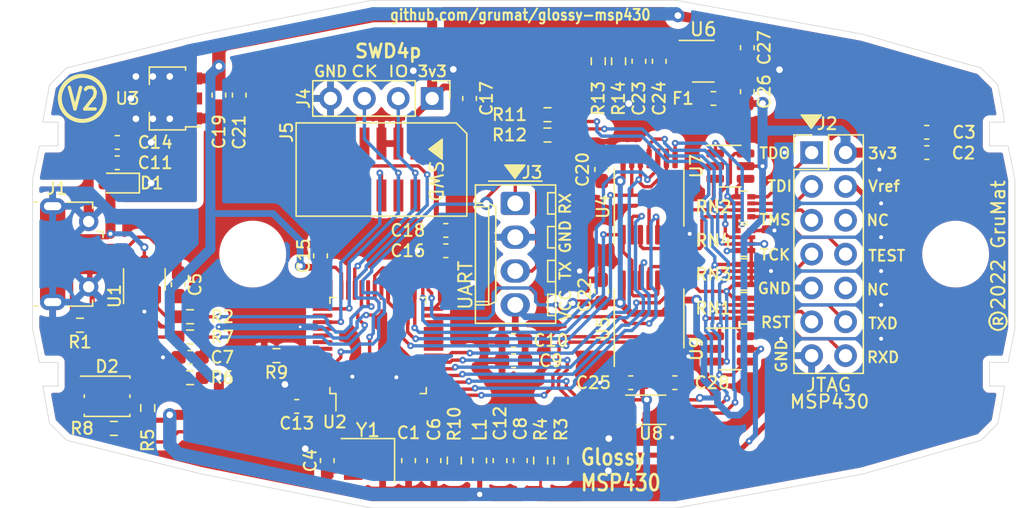
<source format=kicad_pcb>
(kicad_pcb (version 20211014) (generator pcbnew)
  (layers (0 "F.Cu" signal) (31 "B.Cu" signal) (35 "F.Paste" user) (37 "F.SilkS" user "F.Silkscreen") (38 "B.Mask" user) (39 "F.Mask" user) (44 "Edge.Cuts" user))
  (net 0 "")
  (net 1 "GND")
  (net 2 "+5V")
  (net 3 "+3V3")
  (net 4 "Net-(C23-Pad1)")
  (net 5 "VCC")
  (net 6 "/VREF_2")
  (net 7 "Net-(J1-Pad4)")
  (net 8 "/NRST")
  (net 9 "VBUS")
  (net 10 "Net-(D2-Pad1)")
  (net 11 "/TRACESWO")
  (net 12 "/SWCLK")
  (net 13 "/SWDIO")
  (net 14 "Net-(D2-Pad2)")
  (net 17 "Net-(J3-Pad1)")
  (net 18 "Net-(J3-Pad3)")
  (net 21 "/TVref")
  (net 22 "/TV_PWM")
  (net 23 "/JTXD")
  (net 24 "/JRXD")
  (net 25 "/JRST")
  (net 26 "/JTEST")
  (net 27 "/JTCK")
  (net 28 "/JTMS")
  (net 29 "/JTDI")
  (net 30 "/JTDO")
  (net 31 "/rRXD")
  (net 32 "/rTXD")
  (net 33 "/rTDO")
  (net 34 "/rTDI")
  (net 35 "/rTMS")
  (net 36 "/rRST")
  (net 37 "/rTEST")
  (net 38 "/rTCK")
  (net 45 "/mTMS")
  (net 46 "/SBWO")
  (net 47 "/mTCK")
  (net 48 "/LED_RED")
  (net 49 "GNDA")
  (net 50 "/OSC_IN")
  (net 51 "/OSC_OUT")
  (net 52 "/BOOT0")
  (net 54 "+3.3VA")
  (net 55 "/E_USB-")
  (net 56 "/E_USB+")
  (net 57 "/USB+")
  (net 58 "/USB-")
  (net 59 "Net-(F1-Pad2)")
  (net 65 "/mTDI")
  (net 66 "/mTDO")
  (net 67 "/mTEST")
  (net 68 "/mRXD")
  (net 69 "/mTXD")
  (net 70 "/mRST")
  (net 73 "/ENA1N")
  (net 74 "/ENA2N")
  (net 75 "/ENA3N")
  (footprint "Capacitor_SMD:C_0603_1608Metric_Pad1.08x0.95mm_HandSolder" (layer "F.Cu") (at 69.85 61.468 180)
    (fp_text reference "C14")
    (fp_text value "10uF")
  )
  (footprint "Capacitor_SMD:C_0603_1608Metric_Pad1.08x0.95mm_HandSolder" (layer "F.Cu") (at 77.47 57.912 -90)
    (fp_text reference "C19")
    (fp_text value "22uF")
  )
  (footprint "Capacitor_SMD:C_0603_1608Metric_Pad1.08x0.95mm_HandSolder" (layer "F.Cu") (at 117.094 57.658 90)
    (fp_text reference "C26")
    (fp_text value "10uF")
  )
  (footprint "lib:PinHeader_2x05_P1.27mm_Vertical_SMD_case" (layer "F.Cu") (at 89.662 63.5 -90)
    (fp_text reference "J5")
    (fp_text value "SWD")
  )
  (footprint "Connector_PinHeader_2.54mm:PinHeader_2x07_P2.54mm_Vertical" (layer "F.Cu") (at 121.92 62.23)
    (fp_text reference "J2")
    (fp_text value "JTAG")
  )
  (footprint "Connector_Molex:Molex_KK-254_AE-6410-04A_1x04_P2.54mm_Vertical" (layer "F.Cu") (at 99.695 66.04 -90)
    (fp_text reference "J3")
    (fp_text value "RS232")
  )
  (footprint "Resistor_SMD:R_0603_1608Metric_Pad0.98x0.95mm_HandSolder" (layer "F.Cu") (at 67.056 75.184 180)
    (fp_text reference "R1")
    (fp_text value "100K")
  )
  (footprint "Resistor_SMD:R_0603_1608Metric_Pad0.98x0.95mm_HandSolder" (layer "F.Cu") (at 75.311 79.121)
    (fp_text reference "R6")
    (fp_text value "1K5")
  )
  (footprint "Resistor_SMD:R_0603_1608Metric_Pad0.98x0.95mm_HandSolder" (layer "F.Cu") (at 75.311 76.073 180)
    (fp_text reference "R7")
    (fp_text value "22")
  )
  (footprint "Resistor_SMD:R_0603_1608Metric_Pad0.98x0.95mm_HandSolder" (layer "F.Cu") (at 75.311 74.549 180)
    (fp_text reference "R2")
    (fp_text value "22")
  )
  (footprint "Resistor_SMD:R_0603_1608Metric_Pad0.98x0.95mm_HandSolder" (layer "F.Cu") (at 69.596 82.931 180)
    (fp_text reference "R8")
    (fp_text value "1K")
  )
  (footprint "Resistor_SMD:R_0603_1608Metric_Pad0.98x0.95mm_HandSolder" (layer "F.Cu") (at 72.136 81.407 -90)
    (fp_text reference "R5")
    (fp_text value "1K")
  )
  (footprint "Resistor_SMD:R_0603_1608Metric_Pad0.98x0.95mm_HandSolder" (layer "F.Cu") (at 101.6 85.344 -90)
    (fp_text reference "R4")
    (fp_text value "4k7")
  )
  (footprint "Resistor_SMD:R_0603_1608Metric_Pad0.98x0.95mm_HandSolder" (layer "F.Cu") (at 103.124 85.344 -90)
    (fp_text reference "R3")
    (fp_text value "4k7")
  )
  (footprint "Capacitor_SMD:C_0603_1608Metric_Pad1.08x0.95mm_HandSolder" (layer "F.Cu") (at 69.85 62.992 180)
    (fp_text reference "C11")
    (fp_text value "100nF")
  )
  (footprint "Capacitor_SMD:C_0603_1608Metric_Pad1.08x0.95mm_HandSolder" (layer "F.Cu") (at 98.552 85.344 90)
    (fp_text reference "C12")
    (fp_text value "470nF")
  )
  (footprint "Capacitor_SMD:C_0603_1608Metric_Pad1.08x0.95mm_HandSolder" (layer "F.Cu") (at 83.312 81.28 180)
    (fp_text reference "C13")
    (fp_text value "100nF")
  )
  (footprint "Capacitor_SMD:C_0603_1608Metric_Pad1.08x0.95mm_HandSolder" (layer "F.Cu") (at 85.09 69.977 90)
    (fp_text reference "C15")
    (fp_text value "100nF")
  )
  (footprint "Capacitor_SMD:C_0603_1608Metric_Pad1.08x0.95mm_HandSolder" (layer "F.Cu") (at 94.488 69.596)
    (fp_text reference "C16")
    (fp_text value "100nF")
  )
  (footprint "Capacitor_SMD:C_0603_1608Metric_Pad1.08x0.95mm_HandSolder" (layer "F.Cu") (at 108.966 55.372 90)
    (fp_text reference "C23")
    (fp_text value "10uF")
  )
  (footprint "Capacitor_SMD:C_0603_1608Metric_Pad1.08x0.95mm_HandSolder" (layer "F.Cu") (at 130.55 60.706)
    (fp_text reference "C3")
    (fp_text value "100nF")
  )
  (footprint "Capacitor_SMD:C_0603_1608Metric_Pad1.08x0.95mm_HandSolder" (layer "F.Cu") (at 117.094 54.356 90)
    (fp_text reference "C27")
    (fp_text value "100nF")
  )
  (footprint "Capacitor_SMD:C_0603_1608Metric_Pad1.08x0.95mm_HandSolder" (layer "F.Cu") (at 94.488 68.072)
    (fp_text reference "C18")
    (fp_text value "10uF")
  )
  (footprint "MountingHole:MountingHole_4mm" (layer "F.Cu") (at 80.01 69.85)
    (fp_text reference "H1" hide)
    (fp_text value "MountingHole")
  )
  (footprint "MountingHole:MountingHole_4mm" (layer "F.Cu") (at 132.715 69.85)
    (fp_text reference "H2" hide)
    (fp_text value "MountingHole")
  )
  (footprint "Capacitor_SMD:C_0603_1608Metric_Pad1.08x0.95mm_HandSolder" (layer "F.Cu") (at 99.568 76.327 180)
    (fp_text reference "C10")
    (fp_text value "100nF")
  )
  (footprint "Resistor_SMD:R_0603_1608Metric_Pad0.98x0.95mm_HandSolder" (layer "F.Cu") (at 95.123 85.344 -90)
    (fp_text reference "R10")
    (fp_text value "100K")
  )
  (footprint "Connector_PinHeader_2.54mm:PinHeader_1x04_P2.54mm_Vertical" (layer "F.Cu") (at 93.462 58.166 -90)
    (fp_text reference "J4")
    (fp_text value "ISP")
  )
  (footprint "Resistor_SMD:R_0603_1608Metric_Pad0.98x0.95mm_HandSolder" (layer "F.Cu") (at 105.918 55.372 -90)
    (fp_text reference "R13")
    (fp_text value "100K")
  )
  (footprint "Capacitor_SMD:C_0603_1608Metric_Pad1.08x0.95mm_HandSolder" (layer "F.Cu") (at 99.568 77.851 180)
    (fp_text reference "C9")
    (fp_text value "10uF")
  )
  (footprint "Inductor_SMD:L_0603_1608Metric_Pad1.05x0.95mm_HandSolder" (layer "F.Cu") (at 97.028 85.344 90)
    (fp_text reference "L1")
    (fp_text value "1k8")
  )
  (footprint "Capacitor_SMD:C_0603_1608Metric_Pad1.08x0.95mm_HandSolder" (layer "F.Cu") (at 110.49 55.372 -90)
    (fp_text reference "C24")
    (fp_text value "1nF")
  )
  (footprint "Package_TO_SOT_SMD:SOT-89-3" (layer "F.Cu") (at 73.914 58.166 180)
    (fp_text reference "U3")
    (fp_text value "HT7833")
  )
  (footprint "Capacitor_SMD:C_0603_1608Metric_Pad1.08x0.95mm_HandSolder" (layer "F.Cu") (at 78.994 57.912 -90)
    (fp_text reference "C21")
    (fp_text value "100nF")
  )
  (footprint "NetTie:NetTie-2_SMD_Pad0.5mm" (layer "F.Cu") (at 101.092 87.503 180)
    (fp_text reference "NT1" hide)
    (fp_text value "0" hide)
  )
  (footprint "lib:R_Array_Convex_4x0402_hand_soldered" (layer "F.Cu") (at 116.84 66.294)
    (fp_text reference "RN2")
    (fp_text value "100")
  )
  (footprint "lib:R_Array_Convex_4x0402_hand_soldered" (layer "F.Cu") (at 116.84 73.914)
    (fp_text reference "RN1")
    (fp_text value "100")
  )
  (footprint "Diode_SMD:D_0603_1608Metric_Pad1.05x0.95mm_HandSolder" (layer "F.Cu") (at 69.85 64.516 180)
    (fp_text reference "D1")
    (fp_text value "CDBURT0530LL")
  )
  (footprint "Capacitor_SMD:C_0603_1608Metric_Pad1.08x0.95mm_HandSolder" (layer "F.Cu") (at 93.599 85.344 -90)
    (fp_text reference "C6")
    (fp_text value "100nF")
  )
  (footprint "lib:USB_Micro-B_Molex-105017-0001-handsolder" (layer "F.Cu") (at 66.2432 69.85 -90)
    (fp_text reference "J1")
    (fp_text value "USB_B_Micro")
  )
  (footprint "Capacitor_SMD:C_0603_1608Metric_Pad1.08x0.95mm_HandSolder" (layer "F.Cu") (at 96.266 58.166 -90)
    (fp_text reference "C17")
    (fp_text value "100nF")
  )
  (footprint "Capacitor_SMD:C_0603_1608Metric_Pad1.08x0.95mm_HandSolder" (layer "F.Cu") (at 130.556 62.23 180)
    (fp_text reference "C2")
    (fp_text value "22uF")
  )
  (footprint "Capacitor_SMD:C_0603_1608Metric_Pad1.08x0.95mm_HandSolder" (layer "F.Cu") (at 91.694 85.344 -90)
    (fp_text reference "C1")
    (fp_text value "20pF")
  )
  (footprint "Capacitor_SMD:C_0603_1608Metric_Pad1.08x0.95mm_HandSolder" (layer "F.Cu") (at 85.598 85.344 90)
    (fp_text reference "C4")
    (fp_text value "20pF")
  )
  (footprint "Crystal:Crystal_SMD_3225-4Pin_3.2x2.5mm" (layer "F.Cu") (at 88.646 85.344 180)
    (fp_text reference "Y1")
    (fp_text value "8MHz")
  )
  (footprint "Resistor_SMD:R_0603_1608Metric_Pad0.98x0.95mm_HandSolder" (layer "F.Cu") (at 102.108 59.3852)
    (fp_text reference "R11")
    (fp_text value "330")
  )
  (footprint "Resistor_SMD:R_0603_1608Metric_Pad0.98x0.95mm_HandSolder" (layer "F.Cu") (at 102.108 60.9092)
    (fp_text reference "R12")
    (fp_text value "330")
  )
  (footprint "Capacitor_SMD:C_0603_1608Metric_Pad1.08x0.95mm_HandSolder" (layer "F.Cu") (at 75.311 77.597 180)
    (fp_text reference "C7")
    (fp_text value "12pF")
  )
  (footprint "Capacitor_SMD:C_0603_1608Metric_Pad1.08x0.95mm_HandSolder" (layer "F.Cu") (at 74.422 72.136 90)
    (fp_text reference "C5")
    (fp_text value "12pF")
  )
  (footprint "Fuse:Fuse_0603_1608Metric_Pad1.05x0.95mm_HandSolder" (layer "F.Cu") (at 114.554 58.166 180)
    (fp_text reference "F1")
    (fp_text value "Polyfuse")
  )
  (footprint "Package_TO_SOT_SMD:TSOT-23-5" (layer "F.Cu") (at 113.792 55.372)
    (fp_text reference "U6")
    (fp_text value "AD8531ARTZ")
  )
  (footprint "Resistor_SMD:R_0603_1608Metric_Pad0.98x0.95mm_HandSolder" (layer "F.Cu") (at 107.442 55.372 90)
    (fp_text reference "R14")
    (fp_text value "4k7")
  )
  (footprint "Resistor_SMD:R_0603_1608Metric_Pad0.98x0.95mm_HandSolder" (layer "F.Cu") (at 81.788 77.47 180)
    (fp_text reference "R9")
    (fp_text value "100K")
  )
  (footprint "Package_TO_SOT_SMD:SOT-23-6" (layer "F.Cu") (at 71.882 71.7495 90)
    (fp_text reference "U1")
    (fp_text value "SRV05-4")
  )
  (footprint "Package_QFP:LQFP-48_7x7mm_P0.5mm" (layer "F.Cu") (at 89.408 76.708 90)
    (fp_text reference "U2")
    (fp_text value "STM32F103CBT6")
  )
  (footprint "Capacitor_SMD:C_0603_1608Metric_Pad1.08x0.95mm_HandSolder" (layer "F.Cu") (at 108.3575 79.502 180)
    (fp_text reference "C25")
    (fp_text value "100nF")
  )
  (footprint "Capacitor_SMD:C_0603_1608Metric_Pad1.08x0.95mm_HandSolder" (layer "F.Cu") (at 106.172 72.644 90)
    (fp_text reference "C22")
    (fp_text value "100nF")
  )
  (footprint "Capacitor_SMD:C_0603_1608Metric_Pad1.08x0.95mm_HandSolder" (layer "F.Cu") (at 111.6595 79.502)
    (fp_text reference "C28")
    (fp_text value "100nF")
  )
  (footprint "Package_TO_SOT_SMD:SOT-23-6" (layer "F.Cu") (at 115.824 63.246)
    (fp_text reference "U7")
    (fp_text value "SRV05-4")
  )
  (footprint "Package_TO_SOT_SMD:SOT-23-6" (layer "F.Cu") (at 115.824 76.962)
    (fp_text reference "U9")
    (fp_text value "SRV05-4")
  )
  (footprint "Capacitor_SMD:C_0603_1608Metric_Pad1.08x0.95mm_HandSolder" (layer "F.Cu") (at 100.076 85.344 -90)
    (fp_text reference "C8")
    (fp_text value "100nF")
  )
  (footprint "lib:R_Array_Convex_4x0402_hand_soldered" (layer "F.Cu") (at 116.84 68.834)
    (fp_text reference "RN4")
    (fp_text value "47k")
  )
  (footprint "Package_SO:TSSOP-14_4.4x5mm_P0.65mm" (layer "F.Cu") (at 109.728 65.532 90)
    (fp_text reference "U4")
    (fp_text value "74LS125")
  )
  (footprint "Package_SO:VSSOP-8_2.3x2mm_P0.5mm" (layer "F.Cu") (at 109.8815 81.534)
    (fp_text reference "U8")
    (fp_text value "74LVCH2T45DC")
  )
  (footprint "Capacitor_SMD:C_0603_1608Metric_Pad1.08x0.95mm_HandSolder" (layer "F.Cu") (at 106.172 63.5 90)
    (fp_text reference "C20")
    (fp_text value "100nF")
  )
  (footprint "Package_SO:TSSOP-14_4.4x5mm_P0.65mm" (layer "F.Cu") (at 109.728 74.676 90)
    (fp_text reference "U5")
    (fp_text value "74LS125")
  )
  (footprint "lib:R_Array_Convex_4x0402_hand_soldered" (layer "F.Cu") (at 116.84 71.374)
    (fp_text reference "RN3")
    (fp_text value "47k")
  )
  (footprint "LED_SMD:LED_Kingbright_AAA3528ESGCT" (layer "F.Cu") (at 69.088 80.518)
    (fp_text reference "D2")
    (fp_text value "150141RV731")
  )
  (gr_poly (pts (xy 93.206 61.976) (xy 94.222 61.214) (xy 94.222 62.738)) (layer "F.SilkS") (width 0.1) (fill solid))
  (gr_poly (pts (xy 121.89 60.42) (xy 121.128 59.404) (xy 122.652 59.404)) (layer "F.SilkS") (width 0.1) (fill solid))
  (gr_poly (pts (xy 99.67 64.175) (xy 98.908 63.159) (xy 100.432 63.159)) (layer "F.SilkS") (width 0.1) (fill solid))
  (gr_circle (center 67.2346 58.158692) (end 67.2346 59.850584) (layer "F.SilkS") (width 0.3) (fill none))
  (gr_line locked (start 63.5 75.438) (end 63.5 64.262) (layer "Edge.Cuts") (width 0.05))
  (gr_line locked (start 125.73 53.34) (end 111.76 50.8) (layer "Edge.Cuts") (width 0.05))
  (gr_line locked (start 63.5 64.262) (end 64.008 61.722) (layer "Edge.Cuts") (width 0.05))
  (gr_line locked (start 64.008 77.978) (end 63.5 75.438) (layer "Edge.Cuts") (width 0.05))
  (gr_line locked (start 111.76 88.9) (end 125.73 86.36) (layer "Edge.Cuts") (width 0.05))
  (gr_line locked (start 88.9 88.9) (end 76.2 86.36) (layer "Edge.Cuts") (width 0.05))
  (gr_line locked (start 134.62 55.88) (end 125.73 53.34) (layer "Edge.Cuts") (width 0.05))
  (gr_line locked (start 125.73 86.36) (end 134.62 83.82) (layer "Edge.Cuts") (width 0.05))
  (gr_line locked (start 66.04 83.82) (end 64.77 82.55) (layer "Edge.Cuts") (width 0.05))
  (gr_line locked (start 134.62 83.82) (end 135.89 82.55) (layer "Edge.Cuts") (width 0.05))
  (gr_line locked (start 135.89 57.15) (end 134.62 55.88) (layer "Edge.Cuts") (width 0.05))
  (gr_line locked (start 66.04 55.88) (end 76.2 53.34) (layer "Edge.Cuts") (width 0.05))
  (gr_line locked (start 136.398 79.756) (end 135.89 82.55) (layer "Edge.Cuts") (width 0.05))
  (gr_line locked (start 64.262 59.944) (end 64.77 57.15) (layer "Edge.Cuts") (width 0.05))
  (gr_line locked (start 64.262 79.756) (end 64.77 82.55) (layer "Edge.Cuts") (width 0.05))
  (gr_line locked (start 135.89 57.15) (end 136.398 59.944) (layer "Edge.Cuts") (width 0.05))
  (gr_line locked (start 111.76 88.9) (end 88.9 88.9) (layer "Edge.Cuts") (width 0.05))
  (gr_line locked (start 137.16 64.262) (end 137.16 75.438) (layer "Edge.Cuts") (width 0.05))
  (gr_line locked (start 137.16 64.262) (end 136.652 61.722) (layer "Edge.Cuts") (width 0.05))
  (gr_line locked (start 135.255 79.756) (end 136.398 79.756) (layer "Edge.Cuts") (width 0.05))
  (gr_line locked (start 136.652 77.978) (end 135.255 77.978) (layer "Edge.Cuts") (width 0.05))
  (gr_line locked (start 88.9 50.8) (end 76.2 53.34) (layer "Edge.Cuts") (width 0.05))
  (gr_line locked (start 135.255 61.722) (end 135.255 59.944) (layer "Edge.Cuts") (width 0.05))
  (gr_line locked (start 65.405 61.722) (end 65.405 59.944) (layer "Edge.Cuts") (width 0.05))
  (gr_line locked (start 65.405 77.978) (end 65.405 79.756) (layer "Edge.Cuts") (width 0.05))
  (gr_line locked (start 65.405 59.944) (end 64.262 59.944) (layer "Edge.Cuts") (width 0.05))
  (gr_line locked (start 136.652 77.978) (end 137.16 75.438) (layer "Edge.Cuts") (width 0.05))
  (gr_line locked (start 76.2 86.36) (end 66.04 83.82) (layer "Edge.Cuts") (width 0.05))
  (gr_line locked (start 64.008 61.722) (end 65.405 61.722) (layer "Edge.Cuts") (width 0.05))
  (gr_line locked (start 65.405 79.756) (end 64.262 79.756) (layer "Edge.Cuts") (width 0.05))
  (gr_line locked (start 88.9 50.8) (end 111.76 50.8) (layer "Edge.Cuts") (width 0.05))
  (gr_line locked (start 64.008 77.978) (end 65.405 77.978) (layer "Edge.Cuts") (width 0.05))
  (gr_line locked (start 135.255 77.978) (end 135.255 79.756) (layer "Edge.Cuts") (width 0.05))
  (gr_line locked (start 136.652 61.722) (end 135.255 61.722) (layer "Edge.Cuts") (width 0.05))
  (gr_line locked (start 135.255 59.944) (end 136.398 59.944) (layer "Edge.Cuts") (width 0.05))
  (gr_line locked (start 64.77 57.15) (end 66.04 55.88) (layer "Edge.Cuts") (width 0.05))
  (gr_text "3v3" (at 93.472 56.134) (layer "F.SilkS") (effects (font (size 0.8128 0.8128) (thickness 0.1524))))
  (gr_text "GND" (at 85.852 56.134) (layer "F.SilkS") (effects (font (size 0.8128 0.8128) (thickness 0.1524))))
  (gr_text "IO" (at 90.932 56.134) (layer "F.SilkS") (effects (font (size 0.8128 1) (thickness 0.1524))))
  (gr_text "JTAG" (at 123.19 79.675) (layer "F.SilkS") (effects (font (size 1 1))))
  (gr_text "SWD" (at 93.726 64.376 270) (layer "F.SilkS") (effects (font (size 1 1))))
  (gr_text "UART" (at 95.9612 72.1868 90) (layer "F.SilkS") (effects (font (size 1 1))))
  (gr_text "TDO" (at 119.15 62.275) (layer "F.SilkS") (effects (font (size 0.8128 0.8128) (thickness 0.1524))))
  (gr_text "TDI" (at 119.525 64.75) (layer "F.SilkS") (effects (font (size 0.8128 0.8128) (thickness 0.1524))))
  (gr_text "TMS" (at 119.175 67.275) (layer "F.SilkS") (effects (font (size 0.8128 0.8128) (thickness 0.1524))))
  (gr_text "TCK" (at 119.175 69.9) (layer "F.SilkS") (effects (font (size 0.8128 0.8128) (thickness 0.1524))))
  (gr_text "GND" (at 119.126 72.425) (layer "F.SilkS") (effects (font (size 0.8128 0.8128) (thickness 0.1524))))
  (gr_text "RST" (at 119.225 74.975) (layer "F.SilkS") (effects (font (size 0.8128 0.8128) (thickness 0.1524))))
  (gr_text "3v3" (at 127.25 62.2935) (layer "F.SilkS") (effects (font (size 0.8128 0.8128) (thickness 0.1524))))
  (gr_text "Vref" (at 127.35 64.75) (layer "F.SilkS") (effects (font (size 0.8128 0.8128) (thickness 0.1524))))
  (gr_text "TEST" (at 127.55 69.975) (layer "F.SilkS") (effects (font (size 0.8128 0.8128) (thickness 0.1524))))
  (gr_text "TXD" (at 127.275 75.05) (layer "F.SilkS") (effects (font (size 0.8128 0.8128) (thickness 0.1524))))
  (gr_text "RXD" (at 127.275 77.597) (layer "F.SilkS") (effects (font (size 0.8128 0.8128) (thickness 0.1524))))
  (gr_text "Glossy\nMSP430" (at 104.4956 86.0552) (layer "F.SilkS") (effects (font (size 1.2 1) (thickness 0.2)) (justify left)))
  (gr_text "®2022 GruMat" (at 135.9154 70.0278 90) (layer "F.SilkS") (effects (font (size 1 1))))
  (gr_text "RX" (at 103.44 66.06 90) (layer "F.SilkS") (effects (font (size 0.8128 0.8128) (thickness 0.1524))))
  (gr_text "GND" (at 103.44 68.54 90) (layer "F.SilkS") (effects (font (size 0.8128 0.8128) (thickness 0.1524))))
  (gr_text "TX" (at 103.45 71.09 90) (layer "F.SilkS") (effects (font (size 0.8128 0.8128) (thickness 0.1524))))
  (gr_text "VCC" (at 103.46 73.68 90) (layer "F.SilkS") (effects (font (size 0.8128 0.8128) (thickness 0.1524))))
  (gr_text "NC" (at 126.875 67.31) (layer "F.SilkS") (effects (font (size 0.8128 0.8128) (thickness 0.1524))))
  (gr_text "NC" (at 126.9 72.517) (layer "F.SilkS") (effects (font (size 0.8128 0.8128) (thickness 0.1524))))
  (gr_text "MSP430" (at 123.26 80.925) (layer "F.SilkS") (effects (font (size 1 1))))
  (gr_text "GND" (at 119.65 77.5 90) (layer "F.SilkS") (effects (font (size 0.8128 0.8128) (thickness 0.1524))))
  (gr_text "V2" (at 67.2846 58.2168) (layer "F.SilkS") (effects (font (size 1.6256 1.27) (thickness 0.25))))
  (gr_text "github.com/grumat/glossy-msp430" (at 100.076 51.8922) (layer "F.SilkS") (effects (font (size 0.8128 0.7112) (thickness 0.1524))))
  (gr_text "SWD4p" (at 90.17 54.61) (layer "F.SilkS") (effects (font (size 1 1) (thickness 0.2))))
  (gr_text "CK" (at 88.392 56.134) (layer "F.SilkS") (effects (font (size 0.8128 1) (thickness 0.1524))))
  (segment (start 89.5604 77.4192) (end 90.7796 78.6384) (width 0.254) (layer "F.Cu") (net 1))
  (segment (start 108.1786 83.693) (end 106.7054 83.693) (width 0.254) (layer "F.Cu") (net 1))
  (segment (start 67.7057 63.2313) (end 67.945 62.992) (width 0.75) (layer "F.Cu") (net 1))
  (segment (start 111.4315 83.5931) (end 111.4552 83.6168) (width 0.254) (layer "F.Cu") (net 1))
  (segment (start 71.882 72.887) (end 71.882 74.1625) (width 0.254) (layer "F.Cu") (net 1))
  (segment (start 96.52 74.041) (end 96.52 72.009) (width 0.254) (layer "F.Cu") (net 1))
  (segment (start 83.094 78.958) (end 82.423 79.629) (width 0.254) (layer "F.Cu") (net 1))
  (segment (start 88.519 74.422) (end 89.1032 74.422) (width 0.254) (layer "F.Cu") (net 1))
  (segment (start 69.088 80.772) (end 69.088 78.232) (width 0.381) (layer "F.Cu") (net 1))
  (segment (start 90.7796 78.6384) (end 90.7796 79.0956) (width 0.254) (layer "F.Cu") (net 1))
  (segment (start 112.7075 68.3945) (end 112.776 68.326) (width 0.381) (layer "F.Cu") (net 1))
  (segment (start 89.1032 74.422) (end 89.5604 74.8792) (width 0.254) (layer "F.Cu") (net 1))
  (segment (start 67.945 62.992) (end 68.9875 62.992) (width 0.75) (layer "F.Cu") (net 1))
  (segment (start 67.9685 72.5628) (end 67.7057 72.3) (width 0.381) (layer "F.Cu") (net 1))
  (segment (start 96.103 74.458) (end 96.52 74.041) (width 0.254) (layer "F.Cu") (net 1))
  (segment (start 111.3525 55.372) (end 110.49 54.5095) (width 0.508) (layer "F.Cu") (net 1))
  (segment (start 89.5604 74.8792) (end 89.5604 77.4192) (width 0.254) (layer "F.Cu") (net 1))
  (segment (start 87.158 69.886) (end 86.3865 69.1145) (width 0.254) (layer "F.Cu") (net 1))
  (segment (start 108.3315 82.284) (end 108.3315 83.5401) (width 0.254) (layer "F.Cu") (net 1))
  (segment (start 70.488 81.243) (end 69.559 81.243) (width 0.381) (layer "F.Cu") (net 1))
  (segment (start 117.39 68.084) (end 119.114 68.084) (width 0.254) (layer "F.Cu") (net 1))
  (segment (start 119.114 68.084) (end 119.126 68.072) (width 0.254) (layer "F.Cu") (net 1))
  (segment (start 76.5785 59.666) (end 77.47 58.7745) (width 0.75) (layer "F.Cu") (net 1))
  (segment (start 69.559 81.243) (end 69.088 80.772) (width 0.381) (layer "F.Cu") (net 1))
  (segment (start 86.3865 69.1145) (end 85.09 69.1145) (width 0.254) (layer "F.Cu") (net 1))
  (segment (start 101.3794 88.2904) (end 104.4956 88.2904) (width 0.2) (layer "F.Cu") (net 1))
  (segment (start 77.47 75.311) (end 78.7165 75.311) (width 0.254) (layer "F.Cu") (net 1))
  (segment (start 67.7057 67.4) (end 67.7057 63.2313) (width 0.75) (layer "F.Cu") (net 1))
  (segment (start 78.7165 75.311) (end 80.8755 77.47) (width 0.254) (layer "F.Cu") (net 1))
  (segment (start 104.4956 88.2904) (end 106.68 86.106) (width 0.2) (layer "F.Cu") (net 1))
  (segment (start 87.158 72.5455) (end 87.158 69.886) (width 0.254) (layer "F.Cu") (net 1))
  (segment (start 111.4315 82.284) (end 111.4315 83.5931) (width 0.254) (layer "F.Cu") (net 1))
  (segment (start 67.9685 75.184) (end 67.9685 72.5628) (width 0.381) (layer "F.Cu") (net 1))
  (segment (start 112.6545 55.372) (end 111.3525 55.372) (width 0.508) (layer "F.Cu") (net 1))
  (segment (start 75.564 59.666) (end 76.5785 59.666) (width 0.75) (layer "F.Cu") (net 1))
  (segment (start 85.2455 78.958) (end 83.094 78.958) (width 0.254) (layer "F.Cu") (net 1))
  (segment (start 93.5705 74.458) (end 96.103 74.458) (width 0.254) (layer "F.Cu") (net 1))
  (segment (start 67.7932 71.15) (end 67.7932 72.2125) (width 0.381) (layer "F.Cu") (net 1))
  (segment (start 100.592 87.503) (end 101.3794 88.2904) (width 0.2) (layer "F.Cu") (net 1))
  (segment (start 108.3315 83.5401) (end 108.1786 83.693) (width 0.254) (layer "F.Cu") (net 1))
  (segment (start 68.9875 61.468) (end 68.9875 62.992) (width 0.75) (layer "F.Cu") (net 1))
  (segment (start 87.3908 78.958) (end 87.4776 79.0448) (width 0.254) (layer "F.Cu") (net 1))
  (segment (start 85.2455 78.958) (end 87.3908 78.958) (width 0.254) (layer "F.Cu") (net 1))
  (segment (start 74.4485 77.597) (end 73.279 77.597) (width 0.254) (layer "F.Cu") (net 1))
  (segment (start 67.7932 72.2125) (end 67.7057 72.3) (width 0.381) (layer "F.Cu") (net 1))
  (segment (start 111.678 68.3945) (end 112.7075 68.3945) (width 0.381) (layer "F.Cu") (net 1))
  (via (at 77.47 75.311) (size 0.5) (drill 0.2) (layers "F.Cu" "B.Cu") (net 1))
  (via (at 95.0468 55.9816) (size 1) (drill 0.5) (layers "F.Cu" "B.Cu") (net 1))
  (via (at 106.045 79.502) (size 0.6) (drill 0.3) (layers "F.Cu" "B.Cu") (net 1))
  (via (at 92.0496 56.0832) (size 1) (drill 0.5) (layers "F.Cu" "B.Cu") (net 1))
  (via (at 87.4776 79.0448) (size 0.6) (drill 0.3) (layers "F.Cu" "B.Cu") (net 1))
  (via (at 106.68 86.106) (size 1) (drill 0.5) (layers "F.Cu" "B.Cu") (net 1))
  (via (at 82.423 79.629) (size 1) (drill 0.5) (layers "F.Cu" "B.Cu") (net 1))
  (via (at 73.279 77.597) (size 0.6) (drill 0.3) (layers "F.Cu" "B.Cu") (net 1))
  (via (at 127.127 71.12) (size 0.6) (drill 0.3) (layers "F.Cu" "B.Cu") (net 1))
  (via (at 96.52 72.009) (size 0.8) (drill 0.4) (layers "F.Cu" "B.Cu") (net 1))
  (via (at 92.3544 69.596) (size 0.8) (drill 0.4) (layers "F.Cu" "B.Cu") (net 1))
  (via (at 71.882 74.1625) (size 0.6) (drill 0.3) (layers "F.Cu" "B.Cu") (net 1))
  (via (at 127.127 66.04) (size 0.6) (drill 0.3) (layers "F.Cu" "B.Cu") (net 1))
  (via (at 90.7796 79.0956) (size 0.6) (drill 0.3) (layers "F.Cu" "B.Cu") (net 1))
  (via (at 112.6744 77.5208) (size 0.6) (drill 0.3) (layers "F.Cu" "B.Cu") (net 1))
  (via (at 112.776 68.326) (size 0.6) (drill 0.3) (layers "F.Cu" "B.Cu") (net 1))
  (via (at 127.127 73.66) (size 0.6) (drill 0.3) (layers "F.Cu" "B.Cu") (net 1))
  (via (at 88.519 74.422) (size 0.5) (drill 0.2) (layers "F.Cu" "B.Cu") (net 1))
  (via (at 127 63.5) (size 0.6) (drill 0.3) (layers "F.Cu" "B.Cu") (net 1))
  (via (at 127.127 76.2) (size 0.6) (drill 0.3) (layers "F.Cu" "B.Cu") (net 1))
  (via (at 83.947 84.455) (size 1) (drill 0.5) (layers "F.Cu" "B.Cu") (net 1))
  (via (at 111.4552 83.6168) (size 0.6) (drill 0.3) (layers "F.Cu" "B.Cu") (net 1))
  (via (at 119.126 68.072) (size 0.6) (drill 0.3) (layers "F.Cu" "B.Cu") (net 1))
  (via (at 118.872 71.12) (size 0.6) (drill 0.3) (layers "F.Cu" "B.Cu") (net 1))
  (via (at 108.204 58.547) (size 1) (drill 0.5) (layers "F.Cu" "B.Cu") (net 1))
  (via (at 127.127 68.58) (size 0.6) (drill 0.3) (layers "F.Cu" "B.Cu") (net 1))
  (via (at 119.634 76.2) (size 0.6) (drill 0.3) (layers "F.Cu" "B.Cu") (net 1))
  (via (at 119.507 56.007) (size 1) (drill 0.5) (layers "F.Cu" "B.Cu") (net 1))
  (via (at 106.7054 83.693) (size 1) (drill 0.5) (layers "F.Cu" "B.Cu") (net 1))
  (via (at 119.888 62.23) (size 0.6) (drill 0.3) (layers "F.Cu" "B.Cu") (net 1))
  (via (at 104.521 71.12) (size 0.8) (drill 0.4) (layers "F.Cu" "B.Cu") (net 1))
  (via (at 83.566 75.311) (size 0.5) (drill 0.2) (layers "F.Cu" "B.Cu") (net 1))
  (segment (start 127.127 76.2) (end 119.634 76.2) (width 0.254) (layer "B.Cu") (net 1))
  (segment (start 127.127 66.04) (end 119.634 66.04) (width 0.254) (layer "B.Cu") (net 1))
  (segment (start 85.209947 75.311) (end 86.044948 76.146) (width 0.254) (layer "B.Cu") (net 1))
  (segment (start 86.044948 76.146) (end 87.056052 76.146) (width 0.254) (layer "B.Cu") (net 1))
  (segment (start 127.127 73.66) (end 119.253 73.66) (width 0.254) (layer "B.Cu") (net 1))
  (segment (start 119.888 63.119) (end 119.888 62.23) (width 0.254) (layer "B.Cu") (net 1))
  (segment (start 77.47 75.311) (end 83.566 75.311) (width 0.254) (layer "B.Cu") (net 1))
  (segment (start 88.338 74.422) (end 88.519 74.422) (width 0.254) (layer "B.Cu") (net 1))
  (segment (start 118.872 73.279) (end 118.872 71.12) (width 0.254) (layer "B.Cu") (net 1))
  (segment (start 127.127 71.12) (end 118.872 71.12) (width 0.254) (layer "B.Cu") (net 1))
  (segment (start 77.47 75.311) (end 84.709 75.311) (width 0.508) (layer "B.Cu") (net 1))
  (segment (start 119.253 73.66) (end 118.872 73.279) (width 0.254) (layer "B.Cu") (net 1))
  (segment (start 87.83 74.93) (end 88.338 74.422) (width 0.254) (layer "B.Cu") (net 1))
  (segment (start 127.127 68.58) (end 119.634 68.58) (width 0.254) (layer "B.Cu") (net 1))
  (segment (start 87.83 75.372052) (end 87.83 74.93) (width 0.254) (layer "B.Cu") (net 1))
  (segment (start 119.634 68.58) (end 119.126 68.072) (width 0.254) (layer "B.Cu") (net 1))
  (segment (start 127 63.5) (end 120.269 63.5) (width 0.254) (layer "B.Cu") (net 1))
  (segment (start 120.269 63.5) (end 119.888 63.119) (width 0.254) (layer "B.Cu") (net 1))
  (segment (start 119.126 66.548) (end 119.126 68.072) (width 0.254) (layer "B.Cu") (net 1))
  (segment (start 87.056052 76.146) (end 87.83 75.372052) (width 0.254) (layer "B.Cu") (net 1))
  (segment (start 119.634 66.04) (end 119.126 66.548) (width 0.254) (layer "B.Cu") (net 1))
  (segment (start 84.709 75.311) (end 85.209947 75.311) (width 0.254) (layer "B.Cu") (net 1))
  (segment (start 116.1655 54.422) (end 117.094 53.4935) (width 0.508) (layer "F.Cu") (net 2))
  (segment (start 117.094 53.4935) (end 117.094 53.213) (width 0.75) (layer "F.Cu") (net 2))
  (segment (start 114.9295 54.422) (end 116.1655 54.422) (width 0.508) (layer "F.Cu") (net 2))
  (segment (start 111.887 51.943) (end 116.713 52.832) (width 0.75) (layer "F.Cu") (net 2))
  (segment (start 117.094 53.213) (end 116.713 52.832) (width 0.75) (layer "F.Cu") (net 2))
  (via (at 72.39 64.516) (size 1) (drill 0.5) (layers "F.Cu" "B.Cu") (net 2))
  (via (at 73.787 56.515) (size 1) (drill 0.5) (layers "F.Cu" "B.Cu") (net 2))
  (via (at 111.887 51.943) (size 1) (drill 0.5) (layers "F.Cu" "B.Cu") (net 2))
  (via (at 70.866 58.166) (size 1) (drill 0.5) (layers "F.Cu" "B.Cu") (net 2))
  (via (at 72.39 61.468) (size 1) (drill 0.5) (layers "F.Cu" "B.Cu") (net 2))
  (via (at 72.517 59.69) (size 1) (drill 0.5) (layers "F.Cu" "B.Cu") (net 2))
  (via (at 71.247 56.515) (size 1) (drill 0.5) (layers "F.Cu" "B.Cu") (net 2))
  (via (at 72.517 56.515) (size 1) (drill 0.5) (layers "F.Cu" "B.Cu") (net 2))
  (via (at 73.787 59.69) (size 1) (drill 0.5) (layers "F.Cu" "B.Cu") (net 2))
  (via (at 71.247 59.69) (size 1) (drill 0.5) (layers "F.Cu" "B.Cu") (net 2))
  (segment (start 111.76 51.816) (end 111.887 51.943) (width 1) (layer "B.Cu") (net 2))
  (segment (start 89.027 51.816) (end 111.379 51.816) (width 1) (layer "B.Cu") (net 2))
  (segment (start 111.379 51.816) (end 111.76 51.816) (width 1) (layer "B.Cu") (net 2))
  (segment (start 73.787 56.515) (end 75.184 54.61) (width 1) (layer "B.Cu") (net 2))
  (segment (start 75.184 54.61) (end 89.027 51.816) (width 1) (layer "B.Cu") (net 2))
  (segment (start 108.3315 80.784) (end 109.5382 80.784) (width 0.254) (layer "F.Cu") (net 3))
  (segment (start 93.7768 63.1248) (end 93.7768 67.9207) (width 0.381) (layer "F.Cu") (net 3))
  (segment (start 86.2065 70.8395) (end 85.09 70.8395) (width 0.254) (layer "F.Cu") (net 3))
  (segment (start 84.1745 81.28) (end 85.344 81.28) (width 0.254) (layer "F.Cu") (net 3))
  (segment (start 86.531 81.871) (end 86.658 81.744) (width 0.254) (layer "F.Cu") (net 3))
  (segment (start 97.028 87.884) (end 97.028 86.219) (width 0.381) (layer "F.Cu") (net 3))
  (segment (start 84.074 81.1795) (end 84.1745 81.28) (width 0.254) (layer "F.Cu") (net 3))
  (segment (start 96.9905 86.2565) (end 97.028 86.219) (width 0.381) (layer "F.Cu") (net 3))
  (segment (start 77.47 81.534) (end 77.089 81.915) (width 0.75) (layer "F.Cu") (net 3))
  (segment (start 92.202 61.55) (end 93.7768 63.1248) (width 0.381) (layer "F.Cu") (net 3))
  (segment (start 72.136 82.3195) (end 73.3825 82.3195) (width 0.381) (layer "F.Cu") (net 3))
  (segment (start 93.2942 51.943) (end 93.462 52.1108) (width 0.75) (layer "F.Cu") (net 3))
  (segment (start 73.3825 82.3195) (end 73.787 81.915) (width 0.381) (layer "F.Cu") (net 3))
  (segment (start 109.22 79.502) (end 109.22 80.4418) (width 0.381) (layer "F.Cu") (net 3))
  (segment (start 93.7514 72.1614) (end 93.7514 69.7219) (width 0.381) (layer "F.Cu") (net 3))
  (segment (start 77.47 57.0495) (end 77.47 55.753) (width 1) (layer "F.Cu") (net 3))
  (segment (start 77.0865 56.666) (end 77.47 57.0495) (width 0.75) (layer "F.Cu") (net 3))
  (segment (start 77.47 79.121) (end 77.47 81.534) (width 0.75) (layer "F.Cu") (net 3))
  (segment (start 84.074 79.629) (end 84.074 81.1795) (width 0.254) (layer "F.Cu") (net 3))
  (segment (start 77.47 79.121) (end 76.2235 79.121) (width 0.508) (layer "F.Cu") (net 3))
  (segment (start 84.1745 81.4335) (end 83.185 82.423) (width 0.381) (layer "F.Cu") (net 3))
  (segment (start 92.202 59.426) (end 93.462 58.166) (width 0.508) (layer "F.Cu") (net 3))
  (segment (start 77.47 57.0495) (end 78.994 57.0495) (width 0.75) (layer "F.Cu") (net 3))
  (segment (start 86.658 81.744) (end 86.658 80.8705) (width 0.254) (layer "F.Cu") (net 3))
  (segment (start 85.935 81.871) (end 86.531 81.871) (width 0.254) (layer "F.Cu") (net 3))
  (segment (start 93.5804 73.958) (end 94.0816 73.4568) (width 0.254) (layer "F.Cu") (net 3))
  (segment (start 93.7514 69.7219) (end 93.6255 69.596) (width 0.381) (layer "F.Cu") (net 3))
  (segment (start 86.658 71.291) (end 86.2065 70.8395) (width 0.254) (layer "F.Cu") (net 3))
  (segment (start 86.658 72.5455) (end 86.658 71.291) (width 0.254) (layer "F.Cu") (net 3))
  (segment (start 94.0816 72.4916) (end 93.7514 72.1614) (width 0.381) (layer "F.Cu") (net 3))
  (segment (start 93.5705 73.958) (end 93.5804 73.958) (width 0.254) (layer "F.Cu") (net 3))
  (segment (start 85.09 70.8395) (end 83.6665 70.8395) (width 0.508) (layer "F.Cu") (net 3))
  (segment (start 73.787 81.915) (end 77.089 81.915) (width 0.75) (layer "F.Cu") (net 3))
  (segment (start 93.462 52.1108) (end 93.462 58.166) (width 0.75) (layer "F.Cu") (net 3))
  (segment (start 83.185 82.423) (end 77.597 82.423) (width 0.381) (layer "F.Cu") (net 3))
  (segment (start 77.47 54.483) (end 77.851 54.102) (width 1) (layer "F.Cu") (net 3))
  (segment (start 84.245 79.458) (end 84.074 79.629) (width 0.254) (layer "F.Cu") (net 3))
  (segment (start 96.266 57.3035) (end 94.3245 57.3035) (width 0.508) (layer "F.Cu") (net 3))
  (segment (start 89.027 51.943) (end 93.2942 51.943) (width 1) (layer "F.Cu") (net 3))
  (segment (start 85.344 81.28) (end 85.935 81.871) (width 0.254) (layer "F.Cu") (net 3))
  (segment (start 109.5382 80.784) (end 109.5502 80.772) (width 0.254) (layer "F.Cu") (net 3))
  (segment (start 83.6665 70.8395) (end 83.566 70.739) (width 0.508) (layer "F.Cu") (net 3))
  (segment (start 77.851 54.102) (end 89.027 51.943) (width 1) (layer "F.Cu") (net 3))
  (segment (start 109.22 80.4418) (end 109.5502 80.772) (width 0.381) (layer "F.Cu") (net 3))
  (segment (start 84.1745 81.28) (end 84.1745 81.4335) (width 0.381) (layer "F.Cu") (net 3))
  (segment (start 94.0816 73.4568) (end 94.0816 73.3044) (width 0.254) (layer "F.Cu") (net 3))
  (segment (start 75.564 56.666) (end 77.0865 56.666) (width 0.75) (layer "F.Cu") (net 3))
  (segment (start 85.2455 79.458) (end 84.245 79.458) (width 0.254) (layer "F.Cu") (net 3))
  (segment (start 95.123 86.2565) (end 96.9905 86.2565) (width 0.381) (layer "F.Cu") (net 3))
  (segment (start 94.3245 57.3035) (end 93.462 58.166) (width 0.508) (layer "F.Cu") (net 3))
  (segment (start 93.6255 69.596) (end 93.6255 68.072) (width 0.381) (layer "F.Cu") (net 3))
  (segment (start 77.47 55.753) (end 77.47 54.483) (width 1) (layer "F.Cu") (net 3))
  (segment (start 94.0816 73.3044) (end 94.0816 72.4916) (width 0.381) (layer "F.Cu") (net 3))
  (segment (start 92.202 61.55) (end 92.202 59.426) (width 0.508) (layer "F.Cu") (net 3))
  (segment (start 77.597 82.423) (end 77.089 81.915) (width 0.381) (layer "F.Cu") (net 3))
  (segment (start 93.7768 67.9207) (end 93.6255 68.072) (width 0.381) (layer "F.Cu") (net 3))
  (via (at 83.566 70.739) (size 0.8) (drill 0.4) (layers "F.Cu" "B.Cu") (net 3))
  (via (at 109.5502 80.772) (size 0.8) (drill 0.4) (layers "F.Cu" "B.Cu") (net 3))
  (via (at 77.47 79.121) (size 0.8) (drill 0.4) (layers "F.Cu" "B.Cu") (net 3))
  (via (at 73.787 81.915) (size 1) (drill 0.5) (layers "F.Cu" "B.Cu") (net 3))
  (via (at 77.47 55.753) (size 1) (drill 0.5) (layers "F.Cu" "B.Cu") (net 3))
  (via (at 97.028 87.884) (size 0.8) (drill 0.4) (layers "F.Cu" "B.Cu") (net 3))
  (segment (start 76.835 66.802) (end 76.835 69.469) (width 0.75) (layer "B.Cu") (net 3))
  (segment (start 73.787 81.915) (end 73.787 84.201) (width 1) (layer "B.Cu") (net 3))
  (segment (start 76.835 56.388) (end 76.835 66.802) (width 0.75) (layer "B.Cu") (net 3))
  (segment (start 97.028 87.884) (end 109.5502 87.884) (width 1) (layer "B.Cu") (net 3))
  (segment (start 88.9 87.884) (end 97.028 87.884) (width 1) (layer "B.Cu") (net 3))
  (segment (start 76.835 69.469) (end 73.787 72.517) (width 0.75) (layer "B.Cu") (net 3))
  (segment (start 83.566 70.739) (end 83.566 68.834) (width 0.508) (layer "B.Cu") (net 3))
  (segment (start 73.787 75.946) (end 76.962 79.121) (width 0.75) (layer "B.Cu") (net 3))
  (segment (start 74.422 84.836) (end 88.9 87.884) (width 1) (layer "B.Cu") (net 3))
  (segment (start 81.534 66.802) (end 76.835 66.802) (width 0.508) (layer "B.Cu") (net 3))
  (segment (start 73.787 84.201) (end 74.422 84.836) (width 1) (layer "B.Cu") (net 3))
  (segment (start 77.47 55.753) (end 76.835 56.388) (width 0.75) (layer "B.Cu") (net 3))
  (segment (start 83.566 68.834) (end 81.534 66.802) (width 0.508) (layer "B.Cu") (net 3))
  (segment (start 73.787 72.517) (end 73.787 75.946) (width 0.75) (layer "B.Cu") (net 3))
  (segment (start 109.5502 80.772) (end 109.5502 87.884) (width 0.508) (layer "B.Cu") (net 3))
  (segment (start 76.962 79.121) (end 77.47 79.121) (width 0.75) (layer "B.Cu") (net 3))
  (segment (start 107.442 54.7105) (end 108.966 56.2345) (width 0.254) (layer "F.Cu") (net 4))
  (segment (start 110.49 56.2345) (end 108.966 56.2345) (width 0.254) (layer "F.Cu") (net 4))
  (segment (start 107.442 54.4595) (end 107.442 54.7105) (width 0.254) (layer "F.Cu") (net 4))
  (segment (start 112.6545 56.322) (end 110.5775 56.322) (width 0.254) (layer "F.Cu") (net 4))
  (segment (start 110.5775 56.322) (end 110.49 56.2345) (width 0.254) (layer "F.Cu") (net 4))
  (segment (start 110.797 80.698) (end 110.797 79.502) (width 0.254) (layer "F.Cu") (net 5))
  (segment (start 107.569 73.5076) (end 108.3564 74.295) (width 0.508) (layer "F.Cu") (net 5))
  (segment (start 107.569 73.5076) (end 106.1731 73.5076) (width 0.508) (layer "F.Cu") (net 5))
  (segment (start 116.7395 58.166) (end 117.094 58.5205) (width 0.508) (layer "F.Cu") (net 5))
  (segment (start 107.778 71.8135) (end 107.778 73.2986) (width 0.381) (layer "F.Cu") (net 5))
  (segment (start 100.4305 77.851) (end 100.4305 76.327) (width 0.508) (layer "F.Cu") (net 5))
  (segment (start 107.778 73.2986) (end 107.569 73.5076) (width 0.381) (layer "F.Cu") (net 5))
  (segment (start 104.0395 73.5065) (end 104.013 73.533) (width 0.508) (layer "F.Cu") (net 5))
  (segment (start 117.39 70.624) (end 117.39 71.124) (width 0.254) (layer "F.Cu") (net 5))
  (segment (start 117.1205 58.547) (end 117.094 58.5205) (width 0.508) (layer "F.Cu") (net 5))
  (segment (start 114.9295 56.322) (end 114.9295 57.6665) (width 0.508) (layer "F.Cu") (net 5))
  (segment (start 111.4315 80.784) (end 110.883 80.784) (width 0.254) (layer "F.Cu") (net 5))
  (segment (start 106.1731 73.5076) (end 106.172 73.5065) (width 0.508) (layer "F.Cu") (net 5))
  (segment (start 117.39 69.584) (end 117.39 70.624) (width 0.254) (layer "F.Cu") (net 5))
  (segment (start 99.695 75.5915) (end 100.4305 76.327) (width 0.508) (layer "F.Cu") (net 5))
  (segment (start 129.6875 62.224) (end 129.6935 62.23) (width 0.75) (layer "F.Cu") (net 5))
  (segment (start 108.3564 74.295) (end 110.744 74.295) (width 0.508) (layer "F.Cu") (net 5))
  (segment (start 118.36 69.084) (end 118.364 69.088) (width 0.254) (layer "F.Cu") (net 5))
  (segment (start 107.569 64.3636) (end 106.1731 64.3636) (width 0.381) (layer "F.Cu") (net 5))
  (segment (start 114.9295 57.6665) (end 115.429 58.166) (width 0.508) (layer "F.Cu") (net 5))
  (segment (start 115.429 58.166) (end 116.7395 58.166) (width 0.508) (layer "F.Cu") (net 5))
  (segment (start 118.237 58.547) (end 117.1205 58.547) (width 0.508) (layer "F.Cu") (net 5))
  (segment (start 110.883 80.784) (end 110.797 80.698) (width 0.254) (layer "F.Cu") (net 5))
  (segment (start 111.743554 73.295446) (end 113.2933 73.295446) (width 0.508) (layer "F.Cu") (net 5))
  (segment (start 117.39 71.624) (end 117.39 72.124) (width 0.254) (layer "F.Cu") (net 5))
  (segment (start 113.399 80.784) (end 113.538 80.645) (width 0.254) (layer "F.Cu") (net 5))
  (segment (start 99.695 73.66) (end 99.695 75.5915) (width 0.508) (layer "F.Cu") (net 5))
  (segment (start 116.9615 63.246) (end 118.237 63.246) (width 0.254) (layer "F.Cu") (net 5))
  (segment (start 124.46 62.23) (end 129.6935 62.23) (width 0.75) (layer "F.Cu") (net 5))
  (segment (start 106.172 73.5065) (end 104.0395 73.5065) (width 0.508) (layer "F.Cu") (net 5))
  (segment (start 106.1731 64.3636) (end 106.172 64.3625) (width 0.381) (layer "F.Cu") (net 5))
  (segment (start 107.778 64.1546) (end 107.569 64.3636) (width 0.381) (layer "F.Cu") (net 5))
  (segment (start 117.39 68.584) (end 117.39 69.084) (width 0.254) (layer "F.Cu") (net 5))
  (segment (start 129.6875 60.706) (end 129.6875 62.224) (width 0.75) (layer "F.Cu") (net 5))
  (segment (start 107.778 62.6695) (end 107.778 64.1546) (width 0.381) (layer "F.Cu") (net 5))
  (segment (start 111.4315 80.784) (end 113.399 80.784) (width 0.254) (layer "F.Cu") (net 5))
  (segment (start 117.39 69.084) (end 118.36 69.084) (width 0.254) (layer "F.Cu") (net 5))
  (segment (start 110.744 74.295) (end 111.743554 73.295446) (width 0.508) (layer "F.Cu") (net 5))
  (segment (start 117.39 69.084) (end 117.39 69.584) (width 0.254) (layer "F.Cu") (net 5))
  (segment (start 117.39 71.124) (end 117.39 71.624) (width 0.254) (layer "F.Cu") (net 5))
  (via (at 118.237 58.547) (size 1) (drill 0.5) (layers "F.Cu" "B.Cu") (net 5))
  (via (at 118.364 69.088) (size 0.6) (drill 0.3) (layers "F.Cu" "B.Cu") (net 5))
  (via (at 104.013 73.533) (size 0.8) (drill 0.4) (layers "F.Cu" "B.Cu") (net 5))
  (via (at 107.569 64.3636) (size 0.8) (drill 0.4) (layers "F.Cu" "B.Cu") (net 5))
  (via (at 118.237 63.246) (size 0.6) (drill 0.3) (layers "F.Cu" "B.Cu") (net 5))
  (via (at 107.569 73.5076) (size 0.8) (drill 0.4) (layers "F.Cu" "B.Cu") (net 5))
  (via (at 113.538 80.645) (size 0.6) (drill 0.3) (layers "F.Cu" "B.Cu") (net 5))
  (via (at 113.2933 73.295446) (size 0.8) (drill 0.4) (layers "F.Cu" "B.Cu") (net 5))
  (segment (start 107.569 64.3636) (end 107.569 73.5076) (width 0.381) (layer "B.Cu") (net 5))
  (segment (start 114.808 80.645) (end 114.8588 80.6958) (width 0.381) (layer "B.Cu") (net 5))
  (segment (start 113.2933 75.7267) (end 113.2933 73.295446) (width 0.508) (layer "B.Cu") (net 5))
  (segment (start 116.4844 81.9404) (end 117.0432 81.3816) (width 0.508) (layer "B.Cu") (net 5))
  (segment (start 113.538 80.645) (end 114.808 80.645) (width 0.381) (layer "B.Cu") (net 5))
  (segment (start 114.8588 80.3148) (end 113.8428 79.2988) (width 0.508) (layer "B.Cu") (net 5))
  (segment (start 102.997 74.549) (end 100.457 74.549) (width 0.508) (layer "B.Cu") (net 5))
  (segment (start 124.46 60.96) (end 124.079 60.579) (width 0.75) (layer "B.Cu") (net 5))
  (segment (start 117.0432 80.4164) (end 116.84 80.2132) (width 0.508) (layer "B.Cu") (net 5))
  (segment (start 113.8428 76.2762) (end 113.2933 75.7267) (width 0.508) (layer "B.Cu") (net 5))
  (segment (start 113.8428 79.2988) (end 113.8428 76.3524) (width 0.508) (layer "B.Cu") (net 5))
  (segment (start 116.84 69.088) (end 116.84 68.58) (width 0.508) (layer "B.Cu") (net 5))
  (segment (start 118.237 67.183) (end 118.237 63.246) (width 0.508) (layer "B.Cu") (net 5))
  (segment (start 124.079 60.579) (end 118.237 60.579) (width 0.75) (layer "B.Cu") (net 5))
  (segment (start 118.364 69.088) (end 116.84 69.088) (width 0.254) (layer "B.Cu") (net 5))
  (segment (start 113.8428 76.3524) (end 113.8428 76.2762) (width 0.381) (layer "B.Cu") (net 5))
  (segment (start 124.46 62.23) (end 124.46 60.96) (width 0.75) (layer "B.Cu") (net 5))
  (segment (start 116.84 80.2132) (end 116.84 69.088) (width 0.508) (layer "B.Cu") (net 5))
  (segment (start 114.8588 80.6958) (end 114.8588 81.026) (width 0.508) (layer "B.Cu") (net 5))
  (segment (start 115.7732 81.9404) (end 116.4844 81.9404) (width 0.508) (layer "B.Cu") (net 5))
  (segment (start 114.8588 80.6958) (end 114.8588 80.3148) (width 0.508) (layer "B.Cu") (net 5))
  (segment (start 104.013 73.533) (end 102.997 74.549) (width 0.508) (layer "B.Cu") (net 5))
  (segment (start 118.237 60.579) (end 118.237 58.547) (width 0.75) (layer "B.Cu") (net 5))
  (segment (start 99.695 73.787) (end 99.695 73.66) (width 0.508) (layer "B.Cu") (net 5))
  (segment (start 118.237 63.246) (end 118.237 60.579) (width 0.75) (layer "B.Cu") (net 5))
  (segment (start 117.0432 81.3816) (end 117.0432 80.4164) (width 0.508) (layer "B.Cu") (net 5))
  (segment (start 116.84 68.58) (end 118.237 67.183) (width 0.508) (layer "B.Cu") (net 5))
  (segment (start 114.8588 81.026) (end 115.7732 81.9404) (width 0.508) (layer "B.Cu") (net 5))
  (segment (start 100.457 74.549) (end 99.695 73.787) (width 0.508) (layer "B.Cu") (net 5))
  (segment (start 98.752207 83.416593) (end 99.817113 84.4815) (width 0.254) (layer "F.Cu") (net 6))
  (segment (start 94.3356 82.7024) (end 96.5708 82.7024) (width 0.254) (layer "F.Cu") (net 6))
  (segment (start 99.817113 84.4815) (end 100.076 84.4815) (width 0.254) (layer "F.Cu") (net 6))
  (segment (start 91.158 81.887) (end 91.313 82.042) (width 0.254) (layer "F.Cu") (net 6))
  (segment (start 93.6752 82.042) (end 94.3356 82.7024) (width 0.254) (layer "F.Cu") (net 6))
  (segment (start 97.284993 83.416593) (end 98.752207 83.416593) (width 0.254) (layer "F.Cu") (net 6))
  (segment (start 91.158 80.8705) (end 91.158 81.887) (width 0.254) (layer "F.Cu") (net 6))
  (segment (start 101.6 84.4315) (end 100.126 84.4315) (width 0.254) (layer "F.Cu") (net 6))
  (segment (start 101.6 84.7325) (end 103.124 86.2565) (width 0.254) (layer "F.Cu") (net 6))
  (segment (start 96.5708 82.7024) (end 97.284993 83.416593) (width 0.254) (layer "F.Cu") (net 6))
  (segment (start 91.313 82.042) (end 93.6752 82.042) (width 0.254) (layer "F.Cu") (net 6))
  (segment (start 101.6 84.4315) (end 101.6 84.7325) (width 0.254) (layer "F.Cu") (net 6))
  (segment (start 100.126 84.4315) (end 100.076 84.4815) (width 0.254) (layer "F.Cu") (net 6))
  (segment (start 67.7932 70.5) (end 66.66 70.5) (width 0.254) (layer "F.Cu") (net 7))
  (segment (start 66.66 70.5) (end 66.421 70.739) (width 0.254) (layer "F.Cu") (net 7))
  (segment (start 66.421 74.9065) (end 66.1435 75.184) (width 0.254) (layer "F.Cu") (net 7))
  (segment (start 66.421 70.739) (end 66.421 74.9065) (width 0.254) (layer "F.Cu") (net 7))
  (segment (start 89.658 80.8705) (end 89.658 78.5836) (width 0.254) (layer "F.Cu") (net 8))
  (segment (start 93.599 84.4815) (end 95.073 84.4815) (width 0.254) (layer "F.Cu") (net 8))
  (segment (start 92.437 63.227) (end 88.515 63.227) (width 0.254) (layer "F.Cu") (net 8))
  (segment (start 87.122 64.62) (end 87.122 65.45) (width 0.254) (layer "F.Cu") (net 8))
  (segment (start 88.773 77.6986) (end 89.658 78.5836) (width 0.254) (layer "F.Cu") (net 8))
  (segment (start 95.073 84.4815) (end 95.123 84.4315) (width 0.254) (layer "F.Cu") (net 8))
  (segment (start 89.658 82.419) (end 90.678 83.439) (width 0.254) (layer "F.Cu") (net 8))
  (segment (start 92.964 83.439) (end 93.599 84.074) (width 0.254) (layer "F.Cu") (net 8))
  (segment (start 93.599 84.074) (end 93.599 84.4815) (width 0.254) (layer "F.Cu") (net 8))
  (segment (start 93.091 63.881) (end 92.437 63.227) (width 0.254) (layer "F.Cu") (net 8))
  (segment (start 88.773 76.073) (end 88.773 77.6986) (width 0.254) (layer "F.Cu") (net 8))
  (segment (start 89.658 80.8705) (end 89.658 82.419) (width 0.254) (layer "F.Cu") (net 8))
  (segment (start 88.515 63.227) (end 87.122 64.62) (width 0.254) (layer "F.Cu") (net 8))
  (segment (start 90.678 83.439) (end 92.964 83.439) (width 0.254) (layer "F.Cu") (net 8))
  (via (at 93.091 63.881) (size 0.5) (drill 0.2) (layers "F.Cu" "B.Cu") (net 8))
  (via (at 88.773 76.073) (size 0.5) (drill 0.2) (layers "F.Cu" "B.Cu") (net 8))
  (segment (start 87.884 73.152) (end 87.757 73.025) (width 0.254) (layer "B.Cu") (net 8))
  (segment (start 93.091 66.167) (end 93.091 63.881) (width 0.254) (layer "B.Cu") (net 8))
  (segment (start 89.154 73.152) (end 87.884 73.152) (width 0.254) (layer "B.Cu") (net 8))
  (segment (start 89.046 74.457002) (end 89.477 74.026002) (width 0.254) (layer "B.Cu") (net 8))
  (segment (start 88.773 76.073) (end 89.046 75.8) (width 0.254) (layer "B.Cu") (net 8))
  (segment (start 88.519 70.739) (end 93.091 66.167) (width 0.254) (layer "B.Cu") (net 8))
  (segment (start 87.757 73.025) (end 87.757 71.755) (width 0.254) (layer "B.Cu") (net 8))
  (segment (start 89.477 74.026002) (end 89.477 73.475) (width 0.254) (layer "B.Cu") (net 8))
  (segment (start 89.477 73.475) (end 89.154 73.152) (width 0.254) (layer "B.Cu") (net 8))
  (segment (start 87.757 71.755) (end 88.519 70.993) (width 0.254) (layer "B.Cu") (net 8))
  (segment (start 88.519 70.993) (end 88.519 70.739) (width 0.254) (layer "B.Cu") (net 8))
  (segment (start 89.046 75.8) (end 89.046 74.457002) (width 0.254) (layer "B.Cu") (net 8))
  (segment (start 69.342 68.326) (end 69.342 64.883) (width 0.75) (layer "F.Cu") (net 9))
  (segment (start 71.882 70.612) (end 71.882 69.3365) (width 0.254) (layer "F.Cu") (net 9))
  (segment (start 69.342 64.883) (end 68.975 64.516) (width 0.75) (layer "F.Cu") (net 9))
  (segment (start 69.118 68.55) (end 69.342 68.326) (width 0.381) (layer "F.Cu") (net 9))
  (segment (start 67.7932 68.55) (end 68.991 68.55) (width 0.381) (layer "F.Cu") (net 9))
  (segment (start 68.991 68.55) (end 69.118 68.55) (width 0.381) (layer "F.Cu") (net 9))
  (via (at 71.882 69.3365) (size 0.6) (drill 0.3) (layers "F.Cu" "B.Cu") (net 9))
  (via (at 69.342 68.326) (size 0.6) (drill 0.3) (layers "F.Cu" "B.Cu") (net 9))
  (segment (start 70.8715 68.326) (end 71.882 69.3365) (width 0.381) (layer "B.Cu") (net 9))
  (segment (start 69.342 68.326) (end 70.8715 68.326) (width 0.381) (layer "B.Cu") (net 9))
  (segment (start 69.596 82.042) (end 70.485 82.931) (width 0.254) (layer "F.Cu") (net 10))
  (segment (start 70.485 82.931) (end 70.5085 82.931) (width 0.254) (layer "F.Cu") (net 10))
  (segment (start 67.688 79.793) (end 68.363 79.793) (width 0.254) (layer "F.Cu") (net 10))
  (segment (start 68.58 80.01) (end 68.58 81.534) (width 0.254) (layer "F.Cu") (net 10))
  (segment (start 68.363 79.793) (end 68.58 80.01) (width 0.254) (layer "F.Cu") (net 10))
  (segment (start 68.58 81.534) (end 69.088 82.042) (width 0.254) (layer "F.Cu") (net 10))
  (segment (start 69.088 82.042) (end 69.596 82.042) (width 0.254) (layer "F.Cu") (net 10))
  (segment (start 85.2455 74.958) (end 86.586 74.958) (width 0.254) (layer "F.Cu") (net 11))
  (segment (start 86.586 74.958) (end 86.614 74.93) (width 0.254) (layer "F.Cu") (net 11))
  (segment (start 89.662 65.45) (end 89.662 63.881) (width 0.254) (layer "F.Cu") (net 11))
  (segment (start 89.662 63.881) (end 89.535 63.754) (width 0.254) (layer "F.Cu") (net 11))
  (via (at 86.614 74.93) (size 0.5) (drill 0.2) (layers "F.Cu" "B.Cu") (net 11))
  (via (at 89.535 63.754) (size 0.5) (drill 0.2) (layers "F.Cu" "B.Cu") (net 11))
  (segment (start 89.535 63.754) (end 89.535 67.564) (width 0.254) (layer "B.Cu") (net 11))
  (segment (start 89.535 67.564) (end 86.614 70.485) (width 0.254) (layer "B.Cu") (net 11))
  (segment (start 86.614 70.485) (end 86.614 74.93) (width 0.254) (layer "B.Cu") (net 11))
  (segment (start 85.2455 73.958) (end 87.205 73.958) (width 0.254) (layer "F.Cu") (net 12))
  (segment (start 87.205 73.958) (end 87.249 73.914) (width 0.254) (layer "F.Cu") (net 12))
  (segment (start 90.932 65.45) (end 90.932 63.754) (width 0.254) (layer "F.Cu") (net 12))
  (via (at 87.249 73.914) (size 0.5) (drill 0.2) (layers "F.Cu" "B.Cu") (net 12))
  (via (at 90.932 63.754) (size 0.5) (drill 0.2) (layers "F.Cu" "B.Cu") (net 12))
  (segment (start 87.249 70.485) (end 87.249 73.914) (width 0.254) (layer "B.Cu") (net 12))
  (segment (start 90.932 66.802) (end 87.249 70.485) (width 0.254) (layer "B.Cu") (net 12))
  (segment (start 88.382 61.204) (end 90.932 63.754) (width 0.254) (layer "B.Cu") (net 12))
  (segment (start 88.382 58.166) (end 88.382 61.204) (width 0.254) (layer "B.Cu") (net 12))
  (segment (start 90.932 63.754) (end 90.932 66.802) (width 0.254) (layer "B.Cu") (net 12))
  (segment (start 92.202 65.45) (end 92.202 63.754) (width 0.254) (layer "F.Cu") (net 13))
  (segment (start 87.658 72.5455) (end 87.658 70.965) (width 0.254) (layer "F.Cu") (net 13))
  (segment (start 87.658 70.965) (end 87.884 70.739) (width 0.254) (layer "F.Cu") (net 13))
  (via (at 87.884 70.739) (size 0.5) (drill 0.2) (layers "F.Cu" "B.Cu") (net 13))
  (via (at 92.202 63.754) (size 0.5) (drill 0.2) (layers "F.Cu" "B.Cu") (net 13))
  (segment (start 90.922 58.166) (end 90.922 62.474) (width 0.254) (layer "B.Cu") (net 13))
  (segment (start 92.202 66.421) (end 87.884 70.739) (width 0.254) (layer "B.Cu") (net 13))
  (segment (start 92.202 63.754) (end 92.202 66.421) (width 0.254) (layer "B.Cu") (net 13))
  (segment (start 90.922 62.474) (end 92.202 63.754) (width 0.254) (layer "B.Cu") (net 13))
  (segment (start 71.4345 79.793) (end 72.136 80.4945) (width 0.254) (layer "F.Cu") (net 14))
  (segment (start 70.488 79.793) (end 71.4345 79.793) (width 0.254) (layer "F.Cu") (net 14))
  (segment (start 101.1955 59.3852) (end 99.695 60.8857) (width 0.254) (layer "F.Cu") (net 17))
  (segment (start 99.695 60.8857) (end 99.695 66.04) (width 0.254) (layer "F.Cu") (net 17))
  (segment (start 100.9396 71.12) (end 99.695 71.12) (width 0.254) (layer "F.Cu") (net 18))
  (segment (start 101.2952 70.7644) (end 100.9396 71.12) (width 0.254) (layer "F.Cu") (net 18))
  (segment (start 101.1955 60.9092) (end 101.2952 61.0089) (width 0.254) (layer "F.Cu") (net 18))
  (segment (start 101.2952 61.0089) (end 101.2952 70.7644) (width 0.254) (layer "F.Cu") (net 18))
  (segment (start 117.2337 83.8835) (end 119.1006 82.0166) (width 0.381) (layer "F.Cu") (net 21))
  (segment (start 103.632 84.9395) (end 103.124 84.4315) (width 0.381) (layer "F.Cu") (net 21))
  (segment (start 125.73 82.0166) (end 126.0348 81.7118) (width 0.381) (layer "F.Cu") (net 21))
  (segment (start 125.1966 64.77) (end 124.46 64.77) (width 0.381) (layer "F.Cu") (net 21))
  (segment (start 119.1006 82.0166) (end 125.73 82.0166) (width 0.381) (layer "F.Cu") (net 21))
  (segment (start 116.1777 84.9395) (end 103.632 84.9395) (width 0.381) (layer "F.Cu") (net 21))
  (segment (start 117.2337 83.8835) (end 116.1777 84.9395) (width 0.381) (layer "F.Cu") (net 21))
  (segment (start 126.0348 65.6082) (end 125.1966 64.77) (width 0.381) (layer "F.Cu") (net 21))
  (segment (start 126.0348 81.7118) (end 126.0348 65.6082) (width 0.381) (layer "F.Cu") (net 21))
  (segment (start 116.9615 76.962) (end 118.11 76.962) (width 0.254) (layer "F.Cu") (net 21))
  (via (at 117.2337 83.8835) (size 0.5) (drill 0.2) (layers "F.Cu" "B.Cu") (net 21))
  (via (at 118.11 76.962) (size 0.5) (drill 0.2) (layers "F.Cu" "B.Cu") (net 21))
  (segment (start 117.7036 83.4136) (end 117.2337 83.8835) (width 0.381) (layer "B.Cu") (net 21))
  (segment (start 118.11 76.962) (end 117.7036 77.3684) (width 0.381) (layer "B.Cu") (net 21))
  (segment (start 117.7036 77.3684) (end 117.7036 83.4136) (width 0.381) (layer "B.Cu") (net 21))
  (segment (start 86.253 77.958) (end 86.614 77.597) (width 0.254) (layer "F.Cu") (net 22))
  (segment (start 107.442 56.2845) (end 105.918 56.2845) (width 0.254) (layer "F.Cu") (net 22))
  (segment (start 102.9735 56.2845) (end 105.918 56.2845) (width 0.254) (layer "F.Cu") (net 22))
  (segment (start 97.536 66.04) (end 97.536 65.636) (width 0.254) (layer "F.Cu") (net 22))
  (segment (start 99.291 63.881) (end 99.291 59.967) (width 0.254) (layer "F.Cu") (net 22))
  (segment (start 99.291 59.967) (end 102.9735 56.2845) (width 0.254) (layer "F.Cu") (net 22))
  (segment (start 85.2455 77.958) (end 86.253 77.958) (width 0.254) (layer "F.Cu") (net 22))
  (segment (start 86.614 77.597) (end 86.614 77.1765) (width 0.254) (layer "F.Cu") (net 22))
  (segment (start 97.536 65.636) (end 99.291 63.881) (width 0.254) (layer "F.Cu") (net 22))
  (via (at 86.614 77.1765) (size 0.5) (drill 0.2) (layers "F.Cu" "B.Cu") (net 22))
  (via (at 97.536 66.04) (size 1) (drill 0.5) (layers "F.Cu" "B.Cu") (net 22))
  (segment (start 87.4155 77.1765) (end 87.992 76.6) (width 0.254) (layer "B.Cu") (net 22))
  (segment (start 89.321342 72.748) (end 88.265 72.748) (width 0.254) (layer "B.Cu") (net 22))
  (segment (start 89.45 76.158) (end 89.45 74.6848) (width 0.254) (layer "B.Cu") (net 22))
  (segment (start 88.265 72.748) (end 88.265 71.818342) (width 0.254) (layer "B.Cu") (net 22))
  (segment (start 86.614 77.1765) (end 87.4155 77.1765) (width 0.254) (layer "B.Cu") (net 22))
  (segment (start 89.881 73.307658) (end 89.321342 72.748) (width 0.254) (layer "B.Cu") (net 22))
  (segment (start 89.008 76.6) (end 89.45 76.158) (width 0.254) (layer "B.Cu") (net 22))
  (segment (start 89.881 74.2538) (end 89.881 73.307658) (width 0.254) (layer "B.Cu") (net 22))
  (segment (start 89.45 74.6848) (end 89.881 74.2538) (width 0.254) (layer "B.Cu") (net 22))
  (segment (start 88.265 71.818342) (end 88.923 71.160342) (width 0.254) (layer "B.Cu") (net 22))
  (segment (start 88.923 70.906342) (end 93.726 66.103342) (width 0.254) (layer "B.Cu") (net 22))
  (segment (start 93.726 66.103342) (end 97.472658 66.103342) (width 0.254) (layer "B.Cu") (net 22))
  (segment (start 87.992 76.6) (end 89.008 76.6) (width 0.254) (layer "B.Cu") (net 22))
  (segment (start 88.923 71.160342) (end 88.923 70.906342) (width 0.254) (layer "B.Cu") (net 22))
  (segment (start 97.472658 66.103342) (end 97.536 66.04) (width 0.254) (layer "B.Cu") (net 22))
  (segment (start 123.194 73.664) (end 124.46 74.93) (width 0.254) (layer "F.Cu") (net 23))
  (segment (start 117.39 73.664) (end 123.194 73.664) (width 0.254) (layer "F.Cu") (net 23))
  (segment (start 117.39 74.664) (end 120.257 74.664) (width 0.254) (layer "F.Cu") (net 24))
  (segment (start 120.523 74.93) (end 120.523 75.565) (width 0.254) (layer "F.Cu") (net 24))
  (segment (start 120.257 74.664) (end 120.523 74.93) (width 0.254) (layer "F.Cu") (net 24))
  (segment (start 120.523 75.565) (end 121.158 76.2) (width 0.254) (layer "F.Cu") (net 24))
  (segment (start 121.158 76.2) (end 123.19 76.2) (width 0.254) (layer "F.Cu") (net 24))
  (segment (start 123.19 76.2) (end 124.46 77.47) (width 0.254) (layer "F.Cu") (net 24))
  (segment (start 117.39 74.164) (end 121.154 74.164) (width 0.254) (layer "F.Cu") (net 25))
  (segment (start 121.154 74.164) (end 121.92 74.93) (width 0.254) (layer "F.Cu") (net 25))
  (segment (start 117.39 67.044) (end 119.622 67.044) (width 0.254) (layer "F.Cu") (net 26))
  (segment (start 119.622 67.044) (end 121.158 68.58) (width 0.254) (layer "F.Cu") (net 26))
  (segment (start 121.158 68.58) (end 123.19 68.58) (width 0.254) (layer "F.Cu") (net 26))
  (segment (start 123.19 68.58) (end 124.46 69.85) (width 0.254) (layer "F.Cu") (net 26))
  (segment (start 117.39 73.164) (end 118.606 73.164) (width 0.254) (layer "F.Cu") (net 27))
  (segment (start 118.606 73.164) (end 121.92 69.85) (width 0.254) (layer "F.Cu") (net 27))
  (segment (start 117.39 66.544) (end 121.154 66.544) (width 0.254) (layer "F.Cu") (net 28))
  (segment (start 121.154 66.544) (end 121.92 67.31) (width 0.254) (layer "F.Cu") (net 28))
  (segment (start 117.39 66.044) (end 120.646 66.044) (width 0.254) (layer "F.Cu") (net 29))
  (segment (start 120.646 66.044) (end 121.92 64.77) (width 0.254) (layer "F.Cu") (net 29))
  (segment (start 118.606 65.544) (end 121.92 62.23) (width 0.254) (layer "F.Cu") (net 30))
  (segment (start 117.39 65.544) (end 118.606 65.544) (width 0.254) (layer "F.Cu") (net 30))
  (segment (start 111.4315 81.284) (end 114.9564 81.284) (width 0.254) (layer "F.Cu") (net 31))
  (segment (start 114.6944 70.624) (end 114.6556 70.6628) (width 0.254) (layer "F.Cu") (net 31))
  (segment (start 113.9818 74.664) (end 113.9698 74.676) (width 0.254) (layer "F.Cu") (net 31))
  (segment (start 116.29 75.3405) (end 116.9615 76.012) (width 0.254) (layer "F.Cu") (net 31))
  (segment (start 116.29 70.624) (end 114.6944 70.624) (width 0.254) (layer "F.Cu") (net 31))
  (segment (start 116.29 74.664) (end 113.9818 74.664) (width 0.254) (layer "F.Cu") (net 31))
  (segment (start 103.5285 59.8932) (end 103.0205 59.3852) (width 0.254) (layer "F.Cu") (net 31))
  (segment (start 105.8164 59.8932) (end 103.5285 59.8932) (width 0.254) (layer "F.Cu") (net 31))
  (segment (start 114.9564 81.284) (end 115.57 80.6704) (width 0.254) (layer "F.Cu") (net 31))
  (segment (start 116.29 74.664) (end 116.29 75.3405) (width 0.254) (layer "F.Cu") (net 31))
  (via (at 105.8164 59.8932) (size 0.5) (drill 0.2) (layers "F.Cu" "B.Cu") (net 31))
  (via (at 115.57 80.6704) (size 0.5) (drill 0.2) (layers "F.Cu" "B.Cu") (net 31))
  (via (at 113.9698 74.676) (size 0.5) (drill 0.2) (layers "F.Cu" "B.Cu") (net 31))
  (via (at 114.6556 70.6628) (size 0.5) (drill 0.2) (layers "F.Cu" "B.Cu") (net 31))
  (segment (start 113.6904 65.8876) (end 114.1984 65.3796) (width 0.254) (layer "B.Cu") (net 31))
  (segment (start 113.9952 69.3928) (end 113.9952 67.3608) (width 0.254) (layer "B.Cu") (net 31))
  (segment (start 114.4016 79.0702) (end 114.4016 76.0476) (width 0.254) (layer "B.Cu") (net 31))
  (segment (start 114.6556 70.0532) (end 113.9952 69.3928) (width 0.254) (layer "B.Cu") (net 31))
  (segment (start 114.6556 70.6628) (end 114.6556 70.0532) (width 0.254) (layer "B.Cu") (net 31))
  (segment (start 113.6904 67.056) (end 113.6904 65.8876) (width 0.254) (layer "B.Cu") (net 31))
  (segment (start 111.084658 62.888) (end 109.188329 60.991671) (width 0.254) (layer "B.Cu") (net 31))
  (segment (start 114.1984 65.3796) (end 114.1984 63.563342) (width 0.254) (layer "B.Cu") (net 31))
  (segment (start 115.57 80.6704) (end 115.57 80.2386) (width 0.254) (layer "B.Cu") (net 31))
  (segment (start 113.9698 75.6158) (end 113.9698 74.676) (width 0.254) (layer "B.Cu") (net 31))
  (segment (start 106.16958 60.991671) (end 105.8164 60.638491) (width 0.254) (layer "B.Cu") (net 31))
  (segment (start 113.9698 71.3486) (end 114.6556 70.6628) (width 0.254) (layer "B.Cu") (net 31))
  (segment (start 105.8164 60.638491) (end 105.8164 59.8932) (width 0.254) (layer "B.Cu") (net 31))
  (segment (start 114.4016 76.0476) (end 113.9698 75.6158) (width 0.254) (layer "B.Cu") (net 31))
  (segment (start 114.1984 63.563342) (end 113.523058 62.888) (width 0.254) (layer "B.Cu") (net 31))
  (segment (start 113.9952 67.3608) (end 113.6904 67.056) (width 0.254) (layer "B.Cu") (net 31))
  (segment (start 113.523058 62.888) (end 111.084658 62.888) (width 0.254) (layer "B.Cu") (net 31))
  (segment (start 115.57 80.2386) (end 114.4016 79.0702) (width 0.254) (layer "B.Cu") (net 31))
  (segment (start 109.188329 60.991671) (end 106.16958 60.991671) (width 0.254) (layer "B.Cu") (net 31))
  (segment (start 113.9698 74.676) (end 113.9698 71.3486) (width 0.254) (layer "B.Cu") (net 31))
  (segment (start 114.6865 76.012) (end 111.186 76.012) (width 0.254) (layer "F.Cu") (net 32))
  (segment (start 103.4777 60.452) (end 103.0205 60.9092) (width 0.254) (layer "F.Cu") (net 32))
  (segment (start 111.186 76.012) (end 111.028 76.17) (width 0.254) (layer "F.Cu") (net 32))
  (segment (start 115.0181 75.6804) (end 114.6865 76.012) (width 0.254) (layer "F.Cu") (net 32))
  (segment (start 116.29 71.624) (end 115.4978 71.624) (width 0.254) (layer "F.Cu") (net 32))
  (segment (start 111.028 76.17) (end 111.028 77.5385) (width 0.254) (layer "F.Cu") (net 32))
  (segment (start 115.0181 75.2094) (end 115.0181 75.6804) (width 0.254) (layer "F.Cu") (net 32))
  (segment (start 115.4978 71.624) (end 115.3668 71.755) (width 0.254) (layer "F.Cu") (net 32))
  (segment (start 115.0475 73.664) (end 115.0181 73.6346) (width 0.254) (layer "F.Cu") (net 32))
  (segment (start 116.29 73.664) (end 115.0475 73.664) (width 0.254) (layer "F.Cu") (net 32))
  (segment (start 106.3752 60.452) (end 103.4777 60.452) (width 0.254) (layer "F.Cu") (net 32))
  (via (at 115.0181 75.2094) (size 0.5) (drill 0.2) (layers "F.Cu" "B.Cu") (net 32))
  (via (at 106.3752 60.452) (size 0.5) (drill 0.2) (layers "F.Cu" "B.Cu") (net 32))
  (via (at 115.0181 73.6346) (size 0.5) (drill 0.2) (layers "F.Cu" "B.Cu") (net 32))
  (via (at 115.3668 71.755) (size 0.5) (drill 0.2) (layers "F.Cu" "B.Cu") (net 32))
  (segment (start 114.4524 67.1576) (end 114.1476 66.8528) (width 0.254) (layer "B.Cu") (net 32))
  (segment (start 111.252 62.484) (end 109.22 60.452) (width 0.254) (layer "B.Cu") (net 32))
  (segment (start 115.1128 73.7293) (end 115.1128 75.1147) (width 0.254) (layer "B.Cu") (net 32))
  (segment (start 115.674 70.459791) (end 114.4524 69.238191) (width 0.254) (layer "B.Cu") (net 32))
  (segment (start 115.674 71.4478) (end 115.674 70.459791) (width 0.254) (layer "B.Cu") (net 32))
  (segment (start 114.4524 69.238191) (end 114.4524 67.1576) (width 0.254) (layer "B.Cu") (net 32))
  (segment (start 114.1476 66.04) (end 114.6048 65.5828) (width 0.254) (layer "B.Cu") (net 32))
  (segment (start 114.1476 66.8528) (end 114.1476 66.04) (width 0.254) (layer "B.Cu") (net 32))
  (segment (start 113.6904 62.484) (end 111.252 62.484) (width 0.254) (layer "B.Cu") (net 32))
  (segment (start 115.0181 72.1037) (end 115.0181 73.6346) (width 0.254) (layer "B.Cu") (net 32))
  (segment (start 115.1128 75.1147) (end 115.0181 75.2094) (width 0.254) (layer "B.Cu") (net 32))
  (segment (start 114.6048 65.5828) (end 114.6048 63.3984) (width 0.254) (layer "B.Cu") (net 32))
  (segment (start 114.6048 63.3984) (end 113.6904 62.484) (width 0.254) (layer "B.Cu") (net 32))
  (segment (start 109.22 60.452) (end 106.3752 60.452) (width 0.254) (layer "B.Cu") (net 32))
  (segment (start 115.3668 71.755) (end 115.0181 72.1037) (width 0.254) (layer "B.Cu") (net 32))
  (segment (start 115.0181 73.6346) (end 115.1128 73.7293) (width 0.254) (layer "B.Cu") (net 32))
  (segment (start 115.3668 71.755) (end 115.674 71.4478) (width 0.254) (layer "B.Cu") (net 32))
  (segment (start 115.6435 65.544) (end 115.617 65.5175) (width 0.254) (layer "F.Cu") (net 33))
  (segment (start 116.29 65.544) (end 116.29 64.8675) (width 0.254) (layer "F.Cu") (net 33))
  (segment (start 111.678 62.6695) (end 111.678 61.5246) (width 0.254) (layer "F.Cu") (net 33))
  (segment (start 111.4315 81.784) (end 115.3708 81.784) (width 0.254) (layer "F.Cu") (net 33))
  (segment (start 116.29 69.584) (end 115.5965 69.584) (width 0.254) (layer "F.Cu") (net 33))
  (segment (start 111.678 61.5246) (end 111.6838 61.5188) (width 0.254) (layer "F.Cu") (net 33))
  (segment (start 115.3708 81.784) (end 116.1796 80.9752) (width 0.254) (layer "F.Cu") (net 33))
  (segment (start 116.29 65.544) (end 115.6435 65.544) (width 0.254) (layer "F.Cu") (net 33))
  (segment (start 116.29 64.8675) (end 116.9615 64.196) (width 0.254) (layer "F.Cu") (net 33))
  (segment (start 115.5965 69.584) (end 115.57 69.6105) (width 0.254) (layer "F.Cu") (net 33))
  (via (at 111.6838 61.5188) (size 0.5) (drill 0.2) (layers "F.Cu" "B.Cu") (net 33))
  (via (at 115.617 65.5175) (size 0.5) (drill 0.2) (layers "F.Cu" "B.Cu") (net 33))
  (via (at 115.57 69.6105) (size 0.5) (drill 0.2) (layers "F.Cu" "B.Cu") (net 33))
  (via (at 116.1796 80.9752) (size 0.5) (drill 0.2) (layers "F.Cu" "B.Cu") (net 33))
  (segment (start 115.617 65.5175) (end 116.078 65.9785) (width 0.254) (layer "B.Cu") (net 33))
  (segment (start 116.078 65.9785) (end 116.078 69.469) (width 0.254) (layer "B.Cu") (net 33))
  (segment (start 115.9365 69.6105) (end 115.57 69.6105) (width 0.254) (layer "B.Cu") (net 33))
  (segment (start 116.1796 80.1116) (end 116.078 80.01) (width 0.254) (layer "B.Cu") (net 33))
  (segment (start 115.617 65.5175) (end 115.617 63.1914) (width 0.254) (layer "B.Cu") (net 33))
  (segment (start 116.078 80.01) (end 116.078 69.469) (width 0.254) (layer "B.Cu") (net 33))
  (segment (start 116.1796 80.9752) (end 116.1796 80.1116) (width 0.254) (layer "B.Cu") (net 33))
  (segment (start 115.617 63.1914) (end 113.9444 61.5188) (width 0.254) (layer "B.Cu") (net 33))
  (segment (start 113.9444 61.5188) (end 111.6838 61.5188) (width 0.254) (layer "B.Cu") (net 33))
  (segment (start 116.078 69.469) (end 115.9365 69.6105) (width 0.254) (layer "B.Cu") (net 33))
  (segment (start 115.443 67.5894) (end 115.443 68.326) (width 0.254) (layer "F.Cu") (net 34))
  (segment (start 115.1422 66.044) (end 115.0874 65.9892) (width 0.254) (layer "F.Cu") (net 34))
  (segment (start 109.728 61.6204) (end 110.1344 61.214) (width 0.254) (layer "F.Cu") (net 34))
  (segment (start 115.701 68.584) (end 116.29 68.584) (width 0.254) (layer "F.Cu") (net 34))
  (segment (start 109.728 62.6695) (end 109.728 61.6204) (width 0.254) (layer "F.Cu") (net 34))
  (segment (start 115.0874 65.9892) (end 115.0874 65.2018) (width 0.254) (layer "F.Cu") (net 34))
  (segment (start 115.824 62.6364) (end 116.1644 62.296) (width 0.254) (layer "F.Cu") (net 34))
  (segment (start 116.29 66.044) (end 115.1422 66.044) (width 0.254) (layer "F.Cu") (net 34))
  (segment (start 115.443 68.326) (end 115.701 68.584) (width 0.254) (layer "F.Cu") (net 34))
  (segment (start 110.1344 61.214) (end 110.8964 61.214) (width 0.254) (layer "F.Cu") (net 34))
  (segment (start 115.824 64.4652) (end 115.824 62.6364) (width 0.254) (layer "F.Cu") (net 34))
  (segment (start 116.1644 62.296) (end 116.9615 62.296) (width 0.254) (layer "F.Cu") (net 34))
  (segment (start 115.0874 65.2018) (end 115.824 64.4652) (width 0.254) (layer "F.Cu") (net 34))
  (via (at 110.8964 61.214) (size 0.5) (drill 0.2) (layers "F.Cu" "B.Cu") (net 34))
  (via (at 115.443 67.5894) (size 0.5) (drill 0.2) (layers "F.Cu" "B.Cu") (net 34))
  (via (at 115.0874 65.9892) (size 0.5) (drill 0.2) (layers "F.Cu" "B.Cu") (net 34))
  (segment (start 115.443 67.5894) (end 115.443 66.3448) (width 0.254) (layer "B.Cu") (net 34))
  (segment (start 115.0874 63.233142) (end 115.0874 65.9892) (width 0.254) (layer "B.Cu") (net 34))
  (segment (start 113.906458 62.0522) (end 115.0874 63.233142) (width 0.254) (layer "B.Cu") (net 34))
  (segment (start 110.8964 61.5188) (end 111.4298 62.0522) (width 0.254) (layer "B.Cu") (net 34))
  (segment (start 111.4298 62.0522) (end 113.906458 62.0522) (width 0.254) (layer "B.Cu") (net 34))
  (segment (start 110.8964 61.5188) (end 110.8964 61.214) (width 0.254) (layer "B.Cu") (net 34))
  (segment (start 115.443 66.3448) (end 115.0874 65.9892) (width 0.254) (layer "B.Cu") (net 34))
  (segment (start 114.7075 66.544) (end 114.681 66.5175) (width 0.254) (layer "F.Cu") (net 35))
  (segment (start 114.5604 66.3969) (end 114.681 66.5175) (width 0.254) (layer "F.Cu") (net 35))
  (segment (start 115.312 69.084) (end 116.29 69.084) (width 0.254) (layer "F.Cu") (net 35))
  (segment (start 115.189 68.961) (end 115.312 69.084) (width 0.254) (layer "F.Cu") (net 35))
  (segment (start 111.028 67.534) (end 111.028 68.3945) (width 0.254) (layer "F.Cu") (net 35))
  (segment (start 114.5604 64.3221) (end 114.5604 66.3969) (width 0.254) (layer "F.Cu") (net 35))
  (segment (start 114.6865 64.196) (end 114.5604 64.3221) (width 0.254) (layer "F.Cu") (net 35))
  (segment (start 112.0445 66.5175) (end 111.028 67.534) (width 0.254) (layer "F.Cu") (net 35))
  (segment (start 116.29 66.544) (end 114.7075 66.544) (width 0.254) (layer "F.Cu") (net 35))
  (segment (start 114.681 66.5175) (end 112.0445 66.5175) (width 0.254) (layer "F.Cu") (net 35))
  (via (at 114.681 66.5175) (size 0.5) (drill 0.2) (layers "F.Cu" "B.Cu") (net 35))
  (via (at 115.189 68.961) (size 0.5) (drill 0.2) (layers "F.Cu" "B.Cu") (net 35))
  (segment (start 115.189 68.961) (end 114.8715 68.6435) (width 0.254) (layer "B.Cu") (net 35))
  (segment (start 114.7775 66.5175) (end 114.8715 66.6115) (width 0.254) (layer "B.Cu") (net 35))
  (segment (start 114.681 66.5175) (end 114.7775 66.5175) (width 0.254) (layer "B.Cu") (net 35))
  (segment (start 114.8715 66.6115) (end 114.8715 68.6435) (width 0.254) (layer "B.Cu") (net 35))
  (segment (start 109.728 71.8135) (end 109.728 70.9676) (width 0.254) (layer "F.Cu") (net 36))
  (segment (start 115.086358 71.124) (end 114.968044 71.242314) (width 0.254) (layer "F.Cu") (net 36))
  (segment (start 116.29 71.124) (end 115.086358 71.124) (width 0.254) (layer "F.Cu") (net 36))
  (segment (start 112.4712 70.7898) (end 112.923714 71.242314) (width 0.254) (layer "F.Cu") (net 36))
  (segment (start 115.0112 78.9178) (end 115.9557 78.9178) (width 0.254) (layer "F.Cu") (net 36))
  (segment (start 112.923714 71.242314) (end 114.968044 71.242314) (width 0.254) (layer "F.Cu") (net 36))
  (segment (start 116.29 74.164) (end 114.5297 74.164) (width 0.254) (layer "F.Cu") (net 36))
  (segment (start 109.728 70.9676) (end 109.9058 70.7898) (width 0.254) (layer "F.Cu") (net 36))
  (segment (start 114.5297 74.164) (end 114.5032 74.1375) (width 0.254) (layer "F.Cu") (net 36))
  (segment (start 115.9557 78.9178) (end 116.9615 77.912) (width 0.254) (layer "F.Cu") (net 36))
  (segment (start 109.9058 70.7898) (end 112.4712 70.7898) (width 0.254) (layer "F.Cu") (net 36))
  (via (at 114.5032 74.1375) (size 0.5) (drill 0.2) (layers "F.Cu" "B.Cu") (net 36))
  (via (at 114.968044 71.242314) (size 0.5) (drill 0.2) (layers "F.Cu" "B.Cu") (net 36))
  (via (at 115.0112 78.9178) (size 0.5) (drill 0.2) (layers "F.Cu" "B.Cu") (net 36))
  (segment (start 114.5032 74.979009) (end 114.4524 75.029809) (width 0.254) (layer "B.Cu") (net 36))
  (segment (start 114.9858 76.0222) (end 115.0112 76.0476) (width 0.254) (layer "B.Cu") (net 36))
  (segment (start 114.5032 74.1375) (end 114.5032 74.979009) (width 0.254) (layer "B.Cu") (net 36))
  (segment (start 114.4524 75.029809) (end 114.4524 75.4888) (width 0.254) (layer "B.Cu") (net 36))
  (segment (start 114.4911 71.719258) (end 114.968044 71.242314) (width 0.254) (layer "B.Cu") (net 36))
  (segment (start 115.0112 76.0476) (end 115.0112 78.9178) (width 0.254) (layer "B.Cu") (net 36))
  (segment (start 114.5032 74.1375) (end 114.4911 74.1254) (width 0.254) (layer "B.Cu") (net 36))
  (segment (start 114.4524 75.4888) (end 114.9858 76.0222) (width 0.254) (layer "B.Cu") (net 36))
  (segment (start 114.4911 74.1254) (end 114.4911 71.719258) (width 0.254) (layer "B.Cu") (net 36))
  (segment (start 113.5253 69.4309) (end 113.6904 69.2658) (width 0.254) (layer "F.Cu") (net 37))
  (segment (start 113.931 67.044) (end 116.29 67.044) (width 0.254) (layer "F.Cu") (net 37))
  (segment (start 116.713 67.5728) (end 116.3232 67.5728) (width 0.254) (layer "F.Cu") (net 37))
  (segment (start 109.078 69.23) (end 109.0826 69.23) (width 0.254) (layer "F.Cu") (net 37))
  (segment (start 114.7064 62.2761) (end 114.6865 62.296) (width 0.254) (layer "F.Cu") (net 37))
  (segment (start 116.29 67.044) (end 116.29 67.606) (width 0.254) (layer "F.Cu") (net 37))
  (segment (start 113.6904 69.2658) (end 113.6904 67.2846) (width 0.254) (layer "F.Cu") (net 37))
  (segment (start 113.6904 67.2846) (end 113.931 67.044) (width 0.254) (layer "F.Cu") (net 37))
  (segment (start 109.078 68.3945) (end 109.078 69.23) (width 0.254) (layer "F.Cu") (net 37))
  (segment (start 114.7064 61.5188) (end 114.7064 62.2761) (width 0.254) (layer "F.Cu") (net 37))
  (segment (start 109.0826 69.23) (end 109.2835 69.4309) (width 0.254) (layer "F.Cu") (net 37))
  (segment (start 109.2835 69.4309) (end 113.5253 69.4309) (width 0.254) (layer "F.Cu") (net 37))
  (segment (start 116.3232 67.5728) (end 116.29 67.606) (width 0.254) (layer "F.Cu") (net 37))
  (segment (start 116.29 67.606) (end 116.29 68.084) (width 0.254) (layer "F.Cu") (net 37))
  (via (at 114.7064 61.5188) (size 0.5) (drill 0.2) (layers "F.Cu" "B.Cu") (net 37))
  (via (at 116.713 67.5728) (size 0.5) (drill 0.2) (layers "F.Cu" "B.Cu") (net 37))
  (segment (start 116.713 63.4238) (end 114.808 61.5188) (width 0.254) (layer "B.Cu") (net 37))
  (segment (start 116.713 67.5728) (end 116.713 63.4238) (width 0.254) (layer "B.Cu") (net 37))
  (segment (start 114.808 61.5188) (end 114.7064 61.5188) (width 0.254) (layer "B.Cu") (net 37))
  (segment (start 112.7075 71.8135) (end 111.678 71.8135) (width 0.254) (layer "F.Cu") (net 38))
  (segment (start 113.538 72.644) (end 115.5446 72.644) (width 0.254) (layer "F.Cu") (net 38))
  (segment (start 114.6967 77.9018) (end 114.6865 77.912) (width 0.254) (layer "F.Cu") (net 38))
  (segment (start 115.5515 77.9018) (end 114.6967 77.9018) (width 0.254) (layer "F.Cu") (net 38))
  (segment (start 116.0646 73.164) (end 115.5446 72.644) (width 0.254) (layer "F.Cu") (net 38))
  (segment (start 113.538 72.644) (end 112.7075 71.8135) (width 0.254) (layer "F.Cu") (net 38))
  (segment (start 116.29 72.124) (end 116.0646 72.124) (width 0.254) (layer "F.Cu") (net 38))
  (segment (start 116.29 73.164) (end 116.0646 73.164) (width 0.254) (layer "F.Cu") (net 38))
  (segment (start 116.0646 72.124) (end 115.5446 72.644) (width 0.254) (layer "F.Cu") (net 38))
  (via (at 115.5446 72.644) (size 0.5) (drill 0.2) (layers "F.Cu" "B.Cu") (net 38))
  (via (at 115.5515 77.9018) (size 0.5) (drill 0.2) (layers "F.Cu" "B.Cu") (net 38))
  (segment (start 115.5446 72.644) (end 115.5446 77.8949) (width 0.254) (layer "B.Cu") (net 38))
  (segment (start 115.5446 77.8949) (end 115.5515 77.9018) (width 0.254) (layer "B.Cu") (net 38))
  (segment (start 108.077 75.057) (end 109.728 75.057) (width 0.254) (layer "F.Cu") (net 45))
  (segment (start 93.1648 72.5146) (end 93.1648 71.359058) (width 0.254) (layer "F.Cu") (net 45))
  (segment (start 89.748658 70.8938) (end 89.158 71.484458) (width 0.254) (layer "F.Cu") (net 45))
  (segment (start 107.823 74.803) (end 107.95 74.93) (width 0.254) (layer "F.Cu") (net 45))
  (segment (start 103.632 74.549) (end 106.68 74.549) (width 0.254) (layer "F.Cu") (net 45))
  (segment (start 102.743 73.66) (end 103.632 74.549) (width 0.254) (layer "F.Cu") (net 45))
  (segment (start 107.95 74.93) (end 108.077 75.057) (width 0.254) (layer "F.Cu") (net 45))
  (segment (start 92.699542 70.8938) (end 89.748658 70.8938) (width 0.254) (layer "F.Cu") (net 45))
  (segment (start 93.4212 73.152) (end 93.4212 72.771) (width 0.254) (layer "F.Cu") (net 45))
  (segment (start 107.569 74.549) (end 107.823 74.803) (width 0.254) (layer "F.Cu") (net 45))
  (segment (start 93.1648 71.359058) (end 92.699542 70.8938) (width 0.254) (layer "F.Cu") (net 45))
  (segment (start 106.68 74.549) (end 107.569 74.549) (width 0.254) (layer "F.Cu") (net 45))
  (segment (start 110.378 67.1795) (end 110.2545 67.056) (width 0.254) (layer "F.Cu") (net 45))
  (segment (start 89.158 71.484458) (end 89.158 72.5455) (width 0.254) (layer "F.Cu") (net 45))
  (segment (start 110.378 68.3945) (end 110.378 67.1795) (width 0.254) (layer "F.Cu") (net 45))
  (segment (start 93.4212 72.771) (end 93.1648 72.5146) (width 0.254) (layer "F.Cu") (net 45))
  (via (at 110.2545 67.056) (size 0.5) (drill 0.2) (layers "F.Cu" "B.Cu") (net 45))
  (via (at 102.743 73.66) (size 0.5) (drill 0.2) (layers "F.Cu" "B.Cu") (net 45))
  (via (at 109.728 75.057) (size 0.5) (drill 0.2) (layers "F.Cu" "B.Cu") (net 45))
  (via (at 93.4212 73.152) (size 0.5) (drill 0.2) (layers "F.Cu" "B.Cu") (net 45))
  (segment (start 98.044 74.295) (end 98.044 72.771) (width 0.254) (layer "B.Cu") (net 45))
  (segment (start 109.982 72.39) (end 109.874 72.282) (width 0.254) (layer "B.Cu") (net 45))
  (segment (start 110.236 73.406) (end 110.236 72.644) (width 0.254) (layer "B.Cu") (net 45))
  (segment (start 100.838 72.39) (end 101.219 72.771) (width 0.254) (layer "B.Cu") (net 45))
  (segment (start 101.473 73.66) (end 102.743 73.66) (width 0.254) (layer "B.Cu") (net 45))
  (segment (start 109.728 75.057) (end 110.236 74.549) (width 0.254) (layer "B.Cu") (net 45))
  (segment (start 93.4212 74.4474) (end 93.6498 74.676) (width 0.254) (layer "B.Cu") (net 45))
  (segment (start 101.219 73.406) (end 101.473 73.66) (width 0.254) (layer "B.Cu") (net 45))
  (segment (start 109.874 67.4365) (end 110.2545 67.056) (width 0.254) (layer "B.Cu") (net 45))
  (segment (start 109.874 72.282) (end 109.874 67.4365) (width 0.254) (layer "B.Cu") (net 45))
  (segment (start 110.236 74.549) (end 110.236 73.406) (width 0.254) (layer "B.Cu") (net 45))
  (segment (start 101.219 72.771) (end 101.219 73.406) (width 0.254) (layer "B.Cu") (net 45))
  (segment (start 93.4212 73.152) (end 93.4212 74.4474) (width 0.254) (layer "B.Cu") (net 45))
  (segment (start 98.425 72.39) (end 100.838 72.39) (width 0.254) (layer "B.Cu") (net 45))
  (segment (start 97.663 74.676) (end 98.044 74.295) (width 0.254) (layer "B.Cu") (net 45))
  (segment (start 110.236 72.644) (end 109.982 72.39) (width 0.254) (layer "B.Cu") (net 45))
  (segment (start 93.6498 74.676) (end 97.663 74.676) (width 0.254) (layer "B.Cu") (net 45))
  (segment (start 98.044 72.771) (end 98.425 72.39) (width 0.254) (layer "B.Cu") (net 45))
  (segment (start 89.658 72.5455) (end 89.658 71.5558) (width 0.254) (layer "F.Cu") (net 46))
  (segment (start 92.7608 71.5264) (end 92.7608 73.152) (width 0.254) (layer "F.Cu") (net 46))
  (segment (start 92.5322 71.2978) (end 92.7608 71.5264) (width 0.254) (layer "F.Cu") (net 46))
  (segment (start 110.378 62.6695) (end 110.378 63.488297) (width 0.254) (layer "F.Cu") (net 46))
  (segment (start 110.378 63.488297) (end 109.603955 64.262342) (width 0.254) (layer "F.Cu") (net 46))
  (segment (start 89.916 71.2978) (end 92.5322 71.2978) (width 0.254) (layer "F.Cu") (net 46))
  (segment (start 89.658 71.5558) (end 89.916 71.2978) (width 0.254) (layer "F.Cu") (net 46))
  (via (at 109.603955 64.262342) (size 0.5) (drill 0.2) (layers "F.Cu" "B.Cu") (net 46))
  (via (at 92.7608 73.152) (size 0.5) (drill 0.2) (layers "F.Cu" "B.Cu") (net 46))
  (segment (start 107.2554 63.6866) (end 106.3054 64.6366) (width 0.254) (layer "B.Cu") (net 46))
  (segment (start 105.7656 67.8688) (end 105.7656 72.7456) (width 0.254) (layer "B.Cu") (net 46))
  (segment (start 106.3054 64.6366) (end 106.3054 67.329) (width 0.254) (layer "B.Cu") (net 46))
  (segment (start 109.603955 64.262342) (end 109.603955 64.137955) (width 0.254) (layer "B.Cu") (net 46))
  (segment (start 109.603955 64.137955) (end 109.1526 63.6866) (width 0.254) (layer "B.Cu") (net 46))
  (segment (start 93.1418 75.184) (end 92.7608 74.803) (width 0.254) (layer "B.Cu") (net 46))
  (segment (start 106.3054 67.329) (end 105.7656 67.8688) (width 0.254) (layer "B.Cu") (net 46))
  (segment (start 105.7656 72.7456) (end 103.3272 75.184) (width 0.254) (layer "B.Cu") (net 46))
  (segment (start 92.7608 74.803) (end 92.7608 73.152) (width 0.254) (layer "B.Cu") (net 46))
  (segment (start 109.1526 63.6866) (end 107.2554 63.6866) (width 0.254) (layer "B.Cu") (net 46))
  (segment (start 103.3272 75.184) (end 93.1418 75.184) (width 0.254) (layer "B.Cu") (net 46))
  (segment (start 110.4969 73.5007) (end 111.028 72.9696) (width 0.254) (layer "F.Cu") (net 47))
  (segment (start 93.5705 78.458) (end 95.0748 78.458) (width 0.254) (layer "F.Cu") (net 47))
  (segment (start 111.028 72.9696) (end 111.028 71.8135) (width 0.254) (layer "F.Cu") (net 47))
  (segment (start 90.158 73.4448) (end 90.7288 74.0156) (width 0.254) (layer "F.Cu") (net 47))
  (segment (start 90.158 72.5455) (end 90.158 73.4448) (width 0.254) (layer "F.Cu") (net 47))
  (segment (start 90.7288 76.5556) (end 92.6312 78.458) (width 0.254) (layer "F.Cu") (net 47))
  (segment (start 95.0748 78.458) (end 95.1992 78.3336) (width 0.254) (layer "F.Cu") (net 47))
  (segment (start 108.7725 73.5007) (end 110.4969 73.5007) (width 0.254) (layer "F.Cu") (net 47))
  (segment (start 90.7288 74.0156) (end 90.7288 76.5556) (width 0.254) (layer "F.Cu") (net 47))
  (segment (start 92.6312 78.458) (end 93.5705 78.458) (width 0.254) (layer "F.Cu") (net 47))
  (via (at 108.7725 73.5007) (size 0.5) (drill 0.2) (layers "F.Cu" "B.Cu") (net 47))
  (via (at 95.1992 78.3336) (size 0.5) (drill 0.2) (layers "F.Cu" "B.Cu") (net 47))
  (segment (start 108.7725 73.5007) (end 108.7725 73.916842) (width 0.254) (layer "B.Cu") (net 47))
  (segment (start 103.8352 78.3336) (end 95.1992 78.3336) (width 0.254) (layer "B.Cu") (net 47))
  (segment (start 108.7725 73.916842) (end 108.064142 74.6252) (width 0.254) (layer "B.Cu") (net 47))
  (segment (start 108.064142 74.6252) (end 107.5436 74.6252) (width 0.254) (layer "B.Cu") (net 47))
  (segment (start 107.5436 74.6252) (end 103.8352 78.3336) (width 0.254) (layer "B.Cu") (net 47))
  (segment (start 87.158 80.8705) (end 87.158 82.26) (width 0.254) (layer "F.Cu") (net 48))
  (segment (start 74.422 83.185) (end 73.66 83.947) (width 0.254) (layer "F.Cu") (net 48))
  (segment (start 67.688 81.9355) (end 68.6835 82.931) (width 0.254) (layer "F.Cu") (net 48))
  (segment (start 86.233 83.185) (end 74.422 83.185) (width 0.254) (layer "F.Cu") (net 48))
  (segment (start 67.688 81.243) (end 67.688 81.9355) (width 0.254) (layer "F.Cu") (net 48))
  (segment (start 87.158 82.26) (end 86.233 83.185) (width 0.254) (layer "F.Cu") (net 48))
  (segment (start 73.66 83.947) (end 69.6995 83.947) (width 0.254) (layer "F.Cu") (net 48))
  (segment (start 69.6995 83.947) (end 68.6835 82.931) (width 0.254) (layer "F.Cu") (net 48))
  (segment (start 100.126 86.2565) (end 100.076 86.2065) (width 0.381) (layer "F.Cu") (net 49))
  (segment (start 96.139 85.0265) (end 96.4565 85.344) (width 0.254) (layer "F.Cu") (net 49))
  (segment (start 100.076 86.2065) (end 98.552 86.2065) (width 0.381) (layer "F.Cu") (net 49))
  (segment (start 101.6 86.2565) (end 100.126 86.2565) (width 0.381) (layer "F.Cu") (net 49))
  (segment (start 93.9038 83.5914) (end 95.8342 83.5914) (width 0.254) (layer "F.Cu") (net 49))
  (segment (start 101.592 86.2645) (end 101.6 86.2565) (width 0.2) (layer "F.Cu") (net 49))
  (segment (start 96.1263 83.8835) (end 96.139 83.8835) (width 0.254) (layer "F.Cu") (net 49))
  (segment (start 90.158 80.8705) (end 90.158 82.093342) (width 0.254) (layer "F.Cu") (net 49))
  (segment (start 93.1624 82.85) (end 93.9038 83.5914) (width 0.254) (layer "F.Cu") (net 49))
  (segment (start 96.4565 85.344) (end 97.6895 85.344) (width 0.254) (layer "F.Cu") (net 49))
  (segment (start 97.6895 85.344) (end 98.552 86.2065) (width 0.254) (layer "F.Cu") (net 49))
  (segment (start 101.592 87.503) (end 101.592 86.2645) (width 0.2) (layer "F.Cu") (net 49))
  (segment (start 95.8342 83.5914) (end 96.1263 83.8835) (width 0.254) (layer "F.Cu") (net 49))
  (segment (start 96.139 83.8835) (end 96.139 85.0265) (width 0.254) (layer "F.Cu") (net 49))
  (segment (start 90.914658 82.85) (end 93.1624 82.85) (width 0.254) (layer "F.Cu") (net 49))
  (segment (start 90.158 82.093342) (end 90.914658 82.85) (width 0.254) (layer "F.Cu") (net 49))
  (segment (start 88.658 80.8705) (end 88.658 85.586) (width 0.254) (layer "F.Cu") (net 50))
  (segment (start 85.6105 86.194) (end 85.598 86.2065) (width 0.254) (layer "F.Cu") (net 50))
  (segment (start 88.658 85.586) (end 88.05 86.194) (width 0.254) (layer "F.Cu") (net 50))
  (segment (start 87.546 86.194) (end 85.6105 86.194) (width 0.254) (layer "F.Cu") (net 50))
  (segment (start 88.05 86.194) (end 87.546 86.194) (width 0.254) (layer "F.Cu") (net 50))
  (segment (start 89.158 83.906) (end 89.746 84.494) (width 0.254) (layer "F.Cu") (net 51))
  (segment (start 91.6815 84.494) (end 91.694 84.4815) (width 0.254) (layer "F.Cu") (net 51))
  (segment (start 89.158 80.8705) (end 89.158 83.906) (width 0.254) (layer "F.Cu") (net 51))
  (segment (start 89.746 84.494) (end 91.6815 84.494) (width 0.254) (layer "F.Cu") (net 51))
  (segment (start 85.2455 77.458) (end 82.7125 77.458) (width 0.254) (layer "F.Cu") (net 52))
  (segment (start 82.7125 77.458) (end 82.7005 77.47) (width 0.254) (layer "F.Cu") (net 52))
  (segment (start 97.028 84.469) (end 98.5395 84.469) (width 0.254) (layer "F.Cu") (net 54))
  (segment (start 90.658 82.022) (end 90.658 80.8705) (width 0.254) (layer "F.Cu") (net 54))
  (segment (start 94.1324 83.1596) (end 93.4188 82.446) (width 0.254) (layer "F.Cu") (net 54))
  (segment (start 98.5395 84.469) (end 98.552 84.4815) (width 0.254) (layer "F.Cu") (net 54))
  (segment (start 93.4188 82.446) (end 91.082 82.446) (width 0.254) (layer "F.Cu") (net 54))
  (segment (start 97.028 83.8708) (end 96.3168 83.1596) (width 0.254) (layer "F.Cu") (net 54))
  (segment (start 97.028 84.469) (end 97.028 83.8708) (width 0.254) (layer "F.Cu") (net 54))
  (segment (start 91.082 82.446) (end 90.658 82.022) (width 0.254) (layer "F.Cu") (net 54))
  (segment (start 96.3168 83.1596) (end 94.1324 83.1596) (width 0.254) (layer "F.Cu") (net 54))
  (segment (start 72.263 68.58) (end 72.832 69.149) (width 0.254) (layer "F.Cu") (net 55))
  (segment (start 67.7932 69.2) (end 70.754 69.2) (width 0.254) (layer "F.Cu") (net 55))
  (segment (start 72.832 69.149) (end 72.832 70.612) (width 0.254) (layer "F.Cu") (net 55))
  (segment (start 72.832 72.887) (end 72.832 73.848) (width 0.254) (layer "F.Cu") (net 55))
  (segment (start 72.832 70.612) (end 72.832 72.887) (width 0.254) (layer "F.Cu") (net 55))
  (segment (start 70.754 69.2) (end 71.374 68.58) (width 0.254) (layer "F.Cu") (net 55))
  (segment (start 72.832 73.848) (end 73.533 74.549) (width 0.254) (layer "F.Cu") (net 55))
  (segment (start 71.374 68.58) (end 72.263 68.58) (width 0.254) (layer "F.Cu") (net 55))
  (segment (start 73.533 74.549) (end 74.3985 74.549) (width 0.254) (layer "F.Cu") (net 55))
  (segment (start 73.787 79.121) (end 72.644 77.978) (width 0.254) (layer "F.Cu") (net 56))
  (segment (start 70.17 69.85) (end 70.932 70.612) (width 0.254) (layer "F.Cu") (net 56))
  (segment (start 70.932 74.234) (end 72.644 75.946) (width 0.254) (layer "F.Cu") (net 56))
  (segment (start 70.932 72.887) (end 70.932 74.234) (width 0.254) (layer "F.Cu") (net 56))
  (segment (start 70.932 70.612) (end 70.932 72.887) (width 0.254) (layer "F.Cu") (net 56))
  (segment (start 72.644 77.978) (end 72.644 75.946) (width 0.254) (layer "F.Cu") (net 56))
  (segment (start 74.3985 79.121) (end 73.787 79.121) (width 0.254) (layer "F.Cu") (net 56))
  (segment (start 72.771 76.073) (end 74.3985 76.073) (width 0.254) (layer "F.Cu") (net 56))
  (segment (start 72.644 75.946) (end 72.771 76.073) (width 0.254) (layer "F.Cu") (net 56))
  (segment (start 67.7932 69.85) (end 70.17 69.85) (width 0.254) (layer "F.Cu") (net 56))
  (segment (start 87.884 74.6615) (end 88.4065 75.184) (width 0.254) (layer "F.Cu") (net 57))
  (segment (start 76.1735 76.123) (end 76.2235 76.073) (width 0.254) (layer "F.Cu") (net 57))
  (segment (start 76.1735 77.597) (end 76.1735 76.123) (width 0.254) (layer "F.Cu") (net 57))
  (segment (start 88.158 72.5455) (end 88.158 73.894) (width 0.254) (layer "F.Cu") (net 57))
  (segment (start 87.884 74.168) (end 87.884 74.6615) (width 0.254) (layer "F.Cu") (net 57))
  (segment (start 76.2235 76.073) (end 77.47 76.073) (width 0.254) (layer "F.Cu") (net 57))
  (segment (start 88.158 73.894) (end 87.884 74.168) (width 0.254) (layer "F.Cu") (net 57))
  (via (at 88.4065 75.184) (size 0.5) (drill 0.2) (layers "F.Cu" "B.Cu") (net 57))
  (via (at 77.47 76.073) (size 0.5) (drill 0.2) (layers "F.Cu" "B.Cu") (net 57))
  (segment (start 85.217 76.073) (end 77.47 76.073) (width 0.254) (layer "B.Cu") (net 57))
  (segment (start 87.244105 76.6) (end 85.744 76.6) (width 0.254) (layer "B.Cu") (net 57))
  (segment (start 85.744 76.6) (end 85.217 76.073) (width 0.254) (layer "B.Cu") (net 57))
  (segment (start 88.4065 75.184) (end 88.4065 75.437605) (width 0.254) (layer "B.Cu") (net 57))
  (segment (start 88.4065 75.437605) (end 87.244105 76.6) (width 0.254) (layer "B.Cu") (net 57))
  (segment (start 74.422 72.9985) (end 74.673 72.9985) (width 0.254) (layer "F.Cu") (net 58))
  (segment (start 88.658 73.545) (end 88.9 73.787) (width 0.254) (layer "F.Cu") (net 58))
  (segment (start 77.47 74.549) (end 76.2235 74.549) (width 0.254) (layer "F.Cu") (net 58))
  (segment (start 74.673 72.9985) (end 76.2235 74.549) (width 0.254) (layer "F.Cu") (net 58))
  (segment (start 88.658 72.5455) (end 88.658 73.545) (width 0.254) (layer "F.Cu") (net 58))
  (via (at 77.47 74.549) (size 0.5) (drill 0.2) (layers "F.Cu" "B.Cu") (net 58))
  (via (at 88.9 73.787) (size 0.5) (drill 0.2) (layers "F.Cu" "B.Cu") (net 58))
  (segment (start 85.725 75.184) (end 85.598 75.057) (width 0.254) (layer "B.Cu") (net 58))
  (segment (start 88.265 73.787) (end 87.503 74.549) (width 0.254) (layer "B.Cu") (net 58))
  (segment (start 85.344 74.549) (end 77.47 74.549) (width 0.254) (layer "B.Cu") (net 58))
  (segment (start 85.598 74.803) (end 85.344 74.549) (width 0.254) (layer "B.Cu") (net 58))
  (segment (start 87.503 74.549) (end 87.376 74.676) (width 0.254) (layer "B.Cu") (net 58))
  (segment (start 85.598 75.057) (end 85.598 74.803) (width 0.254) (layer "B.Cu") (net 58))
  (segment (start 87.376 74.676) (end 87.376 75.057) (width 0.254) (layer "B.Cu") (net 58))
  (segment (start 88.9 73.787) (end 88.265 73.787) (width 0.254) (layer "B.Cu") (net 58))
  (segment (start 86.233 75.692) (end 85.725 75.184) (width 0.254) (layer "B.Cu") (net 58))
  (segment (start 86.868 75.692) (end 86.233 75.692) (width 0.254) (layer "B.Cu") (net 58))
  (segment (start 87.376 75.184) (end 86.868 75.692) (width 0.254) (layer "B.Cu") (net 58))
  (segment (start 87.376 75.057) (end 87.376 75.184) (width 0.254) (layer "B.Cu") (net 58))
  (segment (start 112.6545 54.422) (end 113.477 54.422) (width 0.254) (layer "F.Cu") (net 59))
  (segment (start 113.477 54.422) (end 113.792 54.737) (width 0.254) (layer "F.Cu") (net 59))
  (segment (start 113.792 54.737) (end 113.792 58.053) (width 0.254) (layer "F.Cu") (net 59))
  (segment (start 113.792 58.053) (end 113.679 58.166) (width 0.254) (layer "F.Cu") (net 59))
  (segment (start 109.078 64.131008) (end 108.9545 64.254508) (width 0.254) (layer "F.Cu") (net 65))
  (segment (start 108.9545 64.4029) (end 109.340942 64.789342) (width 0.254) (layer "F.Cu") (net 65))
  (segment (start 96.2522 77.2414) (end 96.2914 77.2806) (width 0.254) (layer "F.Cu") (net 65))
  (segment (start 108.9545 64.254508) (end 108.9545 64.4029) (width 0.254) (layer "F.Cu") (net 65))
  (segment (start 94.9452 77.2414) (end 96.2522 77.2414) (width 0.254) (layer "F.Cu") (net 65))
  (segment (start 93.5705 77.458) (end 94.7286 77.458) (width 0.254) (layer "F.Cu") (net 65))
  (segment (start 109.861058 64.789342) (end 111.028 63.6224) (width 0.254) (layer "F.Cu") (net 65))
  (segment (start 109.078 62.6695) (end 109.078 64.131008) (width 0.254) (layer "F.Cu") (net 65))
  (segment (start 111.028 63.6224) (end 111.028 62.6695) (width 0.254) (layer "F.Cu") (net 65))
  (segment (start 94.7286 77.458) (end 94.9452 77.2414) (width 0.254) (layer "F.Cu") (net 65))
  (segment (start 109.340942 64.789342) (end 109.861058 64.789342) (width 0.254) (layer "F.Cu") (net 65))
  (via (at 96.2914 77.2806) (size 0.5) (drill 0.2) (layers "F.Cu" "B.Cu") (net 65))
  (via (at 108.9545 64.254508) (size 0.5) (drill 0.2) (layers "F.Cu" "B.Cu") (net 65))
  (segment (start 103.9738 77.2806) (end 96.2914 77.2806) (width 0.254) (layer "B.Cu") (net 65))
  (segment (start 107.8992 74.2188) (end 107.0356 74.2188) (width 0.254) (layer "B.Cu") (net 65))
  (segment (start 107.0356 74.2188) (end 103.9738 77.2806) (width 0.254) (layer "B.Cu") (net 65))
  (segment (start 108.9545 64.254508) (end 108.246 64.963008) (width 0.254) (layer "B.Cu") (net 65))
  (segment (start 108.246 64.963008) (end 108.246 73.872) (width 0.254) (layer "B.Cu") (net 65))
  (segment (start 108.246 73.872) (end 107.8992 74.2188) (width 0.254) (layer "B.Cu") (net 65))
  (segment (start 108.3315 81.784) (end 104.8472 81.784) (width 0.254) (layer "F.Cu") (net 66))
  (segment (start 95.755644 77.8066) (end 95.756144 77.8071) (width 0.254) (layer "F.Cu") (net 66))
  (segment (start 102.9462 79.883) (end 102.9462 79.1718) (width 0.254) (layer "F.Cu") (net 66))
  (segment (start 102.9462 79.1718) (end 103.5997 78.5183) (width 0.254) (layer "F.Cu") (net 66))
  (segment (start 94.7366 77.958) (end 94.8128 77.958) (width 0.254) (layer "F.Cu") (net 66))
  (segment (start 94.9452 77.8256) (end 94.9642 77.8066) (width 0.254) (layer "F.Cu") (net 66))
  (segment (start 94.8128 77.958) (end 94.9452 77.8256) (width 0.254) (layer "F.Cu") (net 66))
  (segment (start 104.8472 81.784) (end 102.9462 79.883) (width 0.254) (layer "F.Cu") (net 66))
  (segment (start 94.9642 77.8066) (end 95.755644 77.8066) (width 0.254) (layer "F.Cu") (net 66))
  (segment (start 103.5997 78.5183) (end 103.5997 77.8071) (width 0.254) (layer "F.Cu") (net 66))
  (segment (start 93.5705 77.958) (end 94.7366 77.958) (width 0.254) (layer "F.Cu") (net 66))
  (via (at 95.756144 77.8071) (size 0.5) (drill 0.2) (layers "F.Cu" "B.Cu") (net 66))
  (via (at 103.5997 77.8071) (size 0.5) (drill 0.2) (layers "F.Cu" "B.Cu") (net 66))
  (segment (start 95.756144 77.8071) (end 103.5997 77.8071) (width 0.254) (layer "B.Cu") (net 66))
  (segment (start 95.6347 78.958) (end 95.7326 78.8601) (width 0.254) (layer "F.Cu") (net 67))
  (segment (start 108.428 68.3945) (end 108.428 67.1368) (width 0.254) (layer "F.Cu") (net 67))
  (segment (start 108.5596 67.0052) (end 109.1692 67.0052) (width 0.254) (layer "F.Cu") (net 67))
  (segment (start 93.5705 78.958) (end 95.6347 78.958) (width 0.254) (layer "F.Cu") (net 67))
  (segment (start 108.428 67.1368) (end 108.5596 67.0052) (width 0.254) (layer "F.Cu") (net 67))
  (via (at 109.1692 67.0052) (size 0.5) (drill 0.2) (layers "F.Cu" "B.Cu") (net 67))
  (via (at 95.7326 78.8601) (size 0.5) (drill 0.2) (layers "F.Cu" "B.Cu") (net 67))
  (segment (start 108.712 67.4624) (end 108.712 72.517) (width 0.254) (layer "B.Cu") (net 67))
  (segment (start 109.1692 67.0052) (end 108.712 67.4624) (width 0.254) (layer "B.Cu") (net 67))
  (segment (start 108.204 75.184) (end 107.696 75.184) (width 0.254) (layer "B.Cu") (net 67))
  (segment (start 109.2995 73.1045) (end 109.2995 74.0885) (width 0.254) (layer "B.Cu") (net 67))
  (segment (start 109.2995 74.0885) (end 108.204 75.184) (width 0.254) (layer "B.Cu") (net 67))
  (segment (start 104.013 78.867) (end 104.0056 78.8596) (width 0.254) (layer "B.Cu") (net 67))
  (segment (start 95.7326 78.8601) (end 103.5373 78.8601) (width 0.254) (layer "B.Cu") (net 67))
  (segment (start 104.0056 78.8596) (end 103.5373 78.8596) (width 0.254) (layer "B.Cu") (net 67))
  (segment (start 108.712 72.517) (end 109.2995 73.1045) (width 0.254) (layer "B.Cu") (net 67))
  (segment (start 107.696 75.184) (end 104.013 78.867) (width 0.254) (layer "B.Cu") (net 67))
  (segment (start 103.5188 79.3866) (end 103.5188 79.7952) (width 0.254) (layer "F.Cu") (net 68))
  (segment (start 96.1438 79.458) (end 96.2152 79.3866) (width 0.254) (layer "F.Cu") (net 68))
  (segment (start 103.5188 79.7952) (end 105.0076 81.284) (width 0.254) (layer "F.Cu") (net 68))
  (segment (start 93.5705 79.458) (end 96.1438 79.458) (width 0.254) (layer "F.Cu") (net 68))
  (segment (start 108.3315 81.284) (end 105.0076 81.284) (width 0.254) (layer "F.Cu") (net 68))
  (via (at 96.2152 79.3866) (size 0.5) (drill 0.2) (layers "F.Cu" "B.Cu") (net 68))
  (via (at 103.5188 79.3866) (size 0.5) (drill 0.2) (layers "F.Cu" "B.Cu") (net 68))
  (segment (start 96.2152 79.3866) (end 103.5188 79.3866) (width 0.254) (layer "B.Cu") (net 68))
  (segment (start 92.964 80.4418) (end 97.155 80.4418) (width 0.254) (layer "F.Cu") (net 69))
  (segment (start 103.401 76.05) (end 102.978 76.473) (width 0.254) (layer "F.Cu") (net 69))
  (segment (start 92.158 80.8705) (end 92.5353 80.8705) (width 0.254) (layer "F.Cu") (net 69))
  (segment (start 102.5144 79.7814) (end 101.854 80.4418) (width 0.254) (layer "F.Cu") (net 69))
  (segment (start 92.5353 80.8705) (end 92.9132 80.4926) (width 0.254) (layer "F.Cu") (net 69))
  (segment (start 92.9132 80.4926) (end 92.964 80.4418) (width 0.254) (layer "F.Cu") (net 69))
  (segment (start 110.378 77.5385) (end 110.378 76.596) (width 0.254) (layer "F.Cu") (net 69))
  (segment (start 109.832 76.05) (end 103.401 76.05) (width 0.254) (layer "F.Cu") (net 69))
  (segment (start 102.5144 78.9686) (end 102.5144 79.7814) (width 0.254) (layer "F.Cu") (net 69))
  (segment (start 102.978 78.505) (end 102.5144 78.9686) (width 0.254) (layer "F.Cu") (net 69))
  (segment (start 110.378 76.596) (end 109.832 76.05) (width 0.254) (layer "F.Cu") (net 69))
  (segment (start 102.978 76.473) (end 102.978 78.505) (width 0.254) (layer "F.Cu") (net 69))
  (via (at 101.854 80.4418) (size 0.5) (drill 0.2) (layers "F.Cu" "B.Cu") (net 69))
  (via (at 97.155 80.4418) (size 0.5) (drill 0.2) (layers "F.Cu" "B.Cu") (net 69))
  (segment (start 97.155 80.4418) (end 101.854 80.4418) (width 0.254) (layer "B.Cu") (net 69))
  (segment (start 109.078 71.8135) (end 109.078 70.754) (width 0.254) (layer "F.Cu") (net 70))
  (segment (start 91.821 79.7814) (end 92.5068 79.7814) (width 0.254) (layer "F.Cu") (net 70))
  (segment (start 91.658 79.9444) (end 91.821 79.7814) (width 0.254) (layer "F.Cu") (net 70))
  (segment (start 92.5068 79.7814) (end 92.71 79.9846) (width 0.254) (layer "F.Cu") (net 70))
  (segment (start 109.078 70.754) (end 109.347 70.485) (width 0.254) (layer "F.Cu") (net 70))
  (segment (start 91.658 80.8705) (end 91.658 79.9444) (width 0.254) (layer "F.Cu") (net 70))
  (segment (start 96.4184 79.9846) (end 96.609178 79.9846) (width 0.254) (layer "F.Cu") (net 70))
  (segment (start 96.609178 79.9846) (end 96.680678 79.9131) (width 0.254) (layer "F.Cu") (net 70))
  (segment (start 92.71 79.9846) (end 96.4184 79.9846) (width 0.254) (layer "F.Cu") (net 70))
  (via (at 96.680678 79.9131) (size 0.5) (drill 0.2) (layers "F.Cu" "B.Cu") (net 70))
  (via (at 109.347 70.485) (size 0.5) (drill 0.2) (layers "F.Cu" "B.Cu") (net 70))
  (segment (start 107.927 75.588) (end 108.435 75.588) (width 0.254) (layer "B.Cu") (net 70))
  (segment (start 109.728 74.295) (end 109.728 72.898) (width 0.254) (layer "B.Cu") (net 70))
  (segment (start 109.22 70.612) (end 109.347 70.485) (width 0.254) (layer "B.Cu") (net 70))
  (segment (start 96.680678 79.9131) (end 103.8813 79.9131) (width 0.254) (layer "B.Cu") (net 70))
  (segment (start 104.14 79.375) (end 107.927 75.588) (width 0.254) (layer "B.Cu") (net 70))
  (segment (start 104.14 79.6544) (end 104.14 79.375) (width 0.254) (layer "B.Cu") (net 70))
  (segment (start 103.8813 79.9131) (end 104.14 79.6544) (width 0.254) (layer "B.Cu") (net 70))
  (segment (start 108.435 75.588) (end 109.728 74.295) (width 0.254) (layer "B.Cu") (net 70))
  (segment (start 109.22 72.39) (end 109.22 70.612) (width 0.254) (layer "B.Cu") (net 70))
  (segment (start 109.728 72.898) (end 109.22 72.39) (width 0.254) (layer "B.Cu") (net 70))
  (segment (start 107.778 68.3945) (end 106.3236 68.3945) (width 0.254) (layer "F.Cu") (net 73))
  (segment (start 107.778 69.678) (end 108.428 70.328) (width 0.254) (layer "F.Cu") (net 73))
  (segment (start 108.428 72.8426) (end 108.5596 72.9742) (width 0.254) (layer "F.Cu") (net 73))
  (segment (start 110.236 72.9742) (end 110.378 72.8322) (width 0.254) (layer "F.Cu") (net 73))
  (segment (start 108.428 71.8135) (end 108.428 72.8426) (width 0.254) (layer "F.Cu") (net 73))
  (segment (start 107.778 68.3945) (end 107.778 69.678) (width 0.254) (layer "F.Cu") (net 73))
  (segment (start 92.158 75.3804) (end 92.1512 75.3872) (width 0.254) (layer "F.Cu") (net 73))
  (segment (start 108.5596 72.9742) (end 110.236 72.9742) (width 0.254) (layer "F.Cu") (net 73))
  (segment (start 106.3236 68.3945) (end 106.3059 68.3768) (width 0.254) (layer "F.Cu") (net 73))
  (segment (start 110.378 72.8322) (end 110.378 71.8135) (width 0.254) (layer "F.Cu") (net 73))
  (segment (start 92.158 72.5455) (end 92.158 75.3804) (width 0.254) (layer "F.Cu") (net 73))
  (segment (start 108.428 70.328) (end 108.428 71.8135) (width 0.254) (layer "F.Cu") (net 73))
  (via (at 92.1512 75.3872) (size 0.5) (drill 0.2) (layers "F.Cu" "B.Cu") (net 73))
  (via (at 106.3059 68.3768) (size 0.5) (drill 0.2) (layers "F.Cu" "B.Cu") (net 73))
  (segment (start 103.505 75.7174) (end 92.4814 75.7174) (width 0.254) (layer "B.Cu") (net 73))
  (segment (start 106.3059 68.3768) (end 106.3059 72.9165) (width 0.254) (layer "B.Cu") (net 73))
  (segment (start 106.3059 72.9165) (end 103.505 75.7174) (width 0.254) (layer "B.Cu") (net 73))
  (segment (start 92.4814 75.7174) (end 92.1512 75.3872) (width 0.254) (layer "B.Cu") (net 73))
  (segment (start 91.6242 75.1268) (end 91.658 75.093) (width 0.254) (layer "F.Cu") (net 74))
  (segment (start 91.6242 75.6984) (end 92.1258 76.2) (width 0.254) (layer "F.Cu") (net 74))
  (segment (start 108.428 62.6695) (end 108.428 65.4096) (width 0.254) (layer "F.Cu") (net 74))
  (segment (start 91.6242 75.6984) (end 91.6242 75.1268) (width 0.254) (layer "F.Cu") (net 74))
  (segment (start 108.4072 65.4304) (end 106.8324 65.4304) (width 0.254) (layer "F.Cu") (net 74))
  (segment (start 91.658 75.093) (end 91.658 72.5455) (width 0.254) (layer "F.Cu") (net 74))
  (segment (start 92.1258 76.2) (end 92.2274 76.2) (width 0.254) (layer "F.Cu") (net 74))
  (segment (start 109.728 68.3945) (end 109.728 65.9384) (width 0.254) (layer "F.Cu") (net 74))
  (segment (start 108.428 65.4096) (end 108.4072 65.4304) (width 0.254) (layer "F.Cu") (net 74))
  (segment (start 109.22 65.4304) (end 108.4072 65.4304) (width 0.254) (layer "F.Cu") (net 74))
  (segment (start 109.728 65.9384) (end 109.22 65.4304) (width 0.254) (layer "F.Cu") (net 74))
  (via (at 106.8324 65.4304) (size 0.5) (drill 0.2) (layers "F.Cu" "B.Cu") (net 74))
  (via (at 92.2274 76.2) (size 0.5) (drill 0.2) (layers "F.Cu" "B.Cu") (net 74))
  (segment (start 106.8324 73.097291) (end 103.729691 76.2) (width 0.254) (layer "B.Cu") (net 74))
  (segment (start 103.729691 76.2) (end 92.2274 76.2) (width 0.254) (layer "B.Cu") (net 74))
  (segment (start 106.8324 65.4304) (end 106.8324 73.097291) (width 0.254) (layer "B.Cu") (net 74))
  (segment (start 91.158 72.5455) (end 91.158 76.045) (width 0.254) (layer "F.Cu") (net 75))
  (segment (start 103.7844 76.454) (end 103.505 76.7334) (width 0.254) (layer "F.Cu") (net 75))
  (segment (start 91.158 76.045) (end 91.8464 76.7334) (width 0.254) (layer "F.Cu") (net 75))
  (segment (start 109.5756 76.454) (end 103.7844 76.454) (width 0.254) (layer "F.Cu") (net 75))
  (segment (start 109.728 77.5385) (end 109.728 76.6064) (width 0.254) (layer "F.Cu") (net 75))
  (segment (start 109.728 76.6064) (end 109.5756 76.454) (width 0.254) (layer "F.Cu") (net 75))
  (via (at 103.505 76.7334) (size 0.5) (drill 0.2) (layers "F.Cu" "B.Cu") (net 75))
  (via (at 91.8464 76.7334) (size 0.5) (drill 0.2) (layers "F.Cu" "B.Cu") (net 75))
  (segment (start 91.8464 76.7334) (end 103.505 76.7334) (width 0.254) (layer "B.Cu") (net 75))
  (zone (net 1) (net_name "GND") (layers F&B.Cu) (connect_pads (clearance 0.508)) (min_thickness 0.254) (fill yes (thermal_gap 0.508) (thermal_bridge_width 0.508))
    (polygon (pts (xy 125.349 53.213) (xy 134.747 55.88) (xy 136.017 57.277) (xy 136.398 59.944) (xy 135.255 60.071) (xy 135.255 61.722) (xy 136.652 61.722) (xy 137.16 64.262) (xy 137.16 75.438) (xy 136.779 77.978) (xy 135.255 77.978) (xy 135.255 79.756) (xy 136.398 79.756) (xy 135.89 82.55) (xy 134.62 83.82) (xy 125.857 86.36) (xy 111.887 88.9) (xy 88.9 88.9) (xy 76.454 86.36) (xy 66.04 83.82) (xy 64.77 82.55) (xy 64.262 79.756) (xy 65.405 79.756) (xy 65.405 77.851) (xy 64.008 77.978) (xy 63.5 75.565) (xy 63.5 64.135) (xy 64.008 61.722) (xy 65.405 61.595) (xy 65.405 59.944) (xy 64.262 59.944) (xy 64.77 57.023) (xy 66.04 55.88) (xy 76.2 53.34) (xy 88.9 50.8) (xy 111.76 50.8)))
  )
  (zone (net 2) (net_name "+5V") (layers F&B.Cu) (priority 1) (connect_pads (clearance 0.508)) (min_thickness 0.254) (fill yes (thermal_gap 0.508) (thermal_bridge_width 0.508))
    (polygon (pts (xy 75.819 65.9384) (xy 69.85 65.9384) (xy 68.1736 64.262) (xy 63.5 64.262) (xy 64.008 61.722) (xy 65.4304 61.722) (xy 65.4304 59.8932) (xy 64.262 59.8932) (xy 64.77 57.15) (xy 66.04 55.88) (xy 75.819 53.467)))
  )
)
</source>
